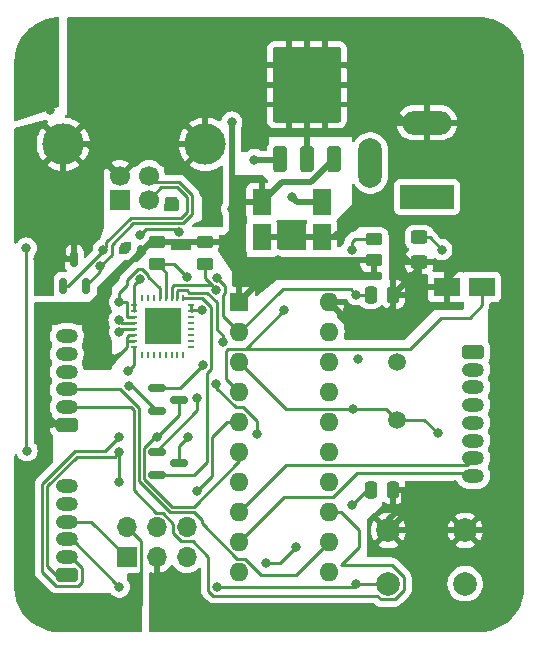
<source format=gbr>
%TF.GenerationSoftware,KiCad,Pcbnew,7.0.10*%
%TF.CreationDate,2025-06-13T16:12:02+05:30*%
%TF.ProjectId,PIC custom dev board_01,50494320-6375-4737-946f-6d2064657620,rev?*%
%TF.SameCoordinates,Original*%
%TF.FileFunction,Copper,L1,Top*%
%TF.FilePolarity,Positive*%
%FSLAX46Y46*%
G04 Gerber Fmt 4.6, Leading zero omitted, Abs format (unit mm)*
G04 Created by KiCad (PCBNEW 7.0.10) date 2025-06-13 16:12:02*
%MOMM*%
%LPD*%
G01*
G04 APERTURE LIST*
G04 Aperture macros list*
%AMRoundRect*
0 Rectangle with rounded corners*
0 $1 Rounding radius*
0 $2 $3 $4 $5 $6 $7 $8 $9 X,Y pos of 4 corners*
0 Add a 4 corners polygon primitive as box body*
4,1,4,$2,$3,$4,$5,$6,$7,$8,$9,$2,$3,0*
0 Add four circle primitives for the rounded corners*
1,1,$1+$1,$2,$3*
1,1,$1+$1,$4,$5*
1,1,$1+$1,$6,$7*
1,1,$1+$1,$8,$9*
0 Add four rect primitives between the rounded corners*
20,1,$1+$1,$2,$3,$4,$5,0*
20,1,$1+$1,$4,$5,$6,$7,0*
20,1,$1+$1,$6,$7,$8,$9,0*
20,1,$1+$1,$8,$9,$2,$3,0*%
G04 Aperture macros list end*
%TA.AperFunction,SMDPad,CuDef*%
%ADD10RoundRect,0.250000X-0.250000X-0.475000X0.250000X-0.475000X0.250000X0.475000X-0.250000X0.475000X0*%
%TD*%
%TA.AperFunction,ComponentPad*%
%ADD11RoundRect,0.250000X0.685000X-0.335000X0.685000X0.335000X-0.685000X0.335000X-0.685000X-0.335000X0*%
%TD*%
%TA.AperFunction,ComponentPad*%
%ADD12O,1.870000X1.170000*%
%TD*%
%TA.AperFunction,ComponentPad*%
%ADD13R,4.600000X2.000000*%
%TD*%
%TA.AperFunction,ComponentPad*%
%ADD14O,4.200000X2.000000*%
%TD*%
%TA.AperFunction,ComponentPad*%
%ADD15O,2.000000X4.200000*%
%TD*%
%TA.AperFunction,SMDPad,CuDef*%
%ADD16R,0.600000X0.250000*%
%TD*%
%TA.AperFunction,SMDPad,CuDef*%
%ADD17R,0.250000X0.600000*%
%TD*%
%TA.AperFunction,SMDPad,CuDef*%
%ADD18R,3.100000X3.100000*%
%TD*%
%TA.AperFunction,SMDPad,CuDef*%
%ADD19RoundRect,0.250000X0.450000X-0.262500X0.450000X0.262500X-0.450000X0.262500X-0.450000X-0.262500X0*%
%TD*%
%TA.AperFunction,ComponentPad*%
%ADD20C,2.000000*%
%TD*%
%TA.AperFunction,SMDPad,CuDef*%
%ADD21RoundRect,0.250000X0.450000X-0.325000X0.450000X0.325000X-0.450000X0.325000X-0.450000X-0.325000X0*%
%TD*%
%TA.AperFunction,SMDPad,CuDef*%
%ADD22RoundRect,0.150000X0.150000X-0.512500X0.150000X0.512500X-0.150000X0.512500X-0.150000X-0.512500X0*%
%TD*%
%TA.AperFunction,SMDPad,CuDef*%
%ADD23R,1.600000X2.200000*%
%TD*%
%TA.AperFunction,SMDPad,CuDef*%
%ADD24RoundRect,0.250000X0.350000X-0.850000X0.350000X0.850000X-0.350000X0.850000X-0.350000X-0.850000X0*%
%TD*%
%TA.AperFunction,SMDPad,CuDef*%
%ADD25RoundRect,0.250000X1.125000X-1.275000X1.125000X1.275000X-1.125000X1.275000X-1.125000X-1.275000X0*%
%TD*%
%TA.AperFunction,SMDPad,CuDef*%
%ADD26RoundRect,0.249997X2.650003X-2.950003X2.650003X2.950003X-2.650003X2.950003X-2.650003X-2.950003X0*%
%TD*%
%TA.AperFunction,ComponentPad*%
%ADD27R,1.700000X1.700000*%
%TD*%
%TA.AperFunction,ComponentPad*%
%ADD28C,1.700000*%
%TD*%
%TA.AperFunction,ComponentPad*%
%ADD29C,3.500000*%
%TD*%
%TA.AperFunction,ComponentPad*%
%ADD30O,1.700000X1.700000*%
%TD*%
%TA.AperFunction,SMDPad,CuDef*%
%ADD31R,2.200000X1.600000*%
%TD*%
%TA.AperFunction,SMDPad,CuDef*%
%ADD32RoundRect,0.150000X-0.587500X-0.150000X0.587500X-0.150000X0.587500X0.150000X-0.587500X0.150000X0*%
%TD*%
%TA.AperFunction,ComponentPad*%
%ADD33RoundRect,0.250000X-0.685000X0.335000X-0.685000X-0.335000X0.685000X-0.335000X0.685000X0.335000X0*%
%TD*%
%TA.AperFunction,ComponentPad*%
%ADD34C,1.500000*%
%TD*%
%TA.AperFunction,ComponentPad*%
%ADD35R,1.600000X1.600000*%
%TD*%
%TA.AperFunction,ComponentPad*%
%ADD36O,1.600000X1.600000*%
%TD*%
%TA.AperFunction,ViaPad*%
%ADD37C,0.800000*%
%TD*%
%TA.AperFunction,ViaPad*%
%ADD38C,1.500000*%
%TD*%
%TA.AperFunction,ViaPad*%
%ADD39C,1.000000*%
%TD*%
%TA.AperFunction,Conductor*%
%ADD40C,0.250000*%
%TD*%
%TA.AperFunction,Conductor*%
%ADD41C,0.500000*%
%TD*%
%TA.AperFunction,Conductor*%
%ADD42C,0.300000*%
%TD*%
%TA.AperFunction,Conductor*%
%ADD43C,0.400000*%
%TD*%
%TA.AperFunction,Conductor*%
%ADD44C,0.350000*%
%TD*%
G04 APERTURE END LIST*
D10*
%TO.P,C3,1*%
%TO.N,Net-(J5-Pin_5)*%
X144465000Y-89535000D03*
%TO.P,C3,2*%
%TO.N,GND*%
X146365000Y-89535000D03*
%TD*%
D11*
%TO.P,J5,1,Pin_1*%
%TO.N,Net-(J3-PGD{slash}ICSPDAT)*%
X118745000Y-96750000D03*
D12*
%TO.P,J5,2,Pin_2*%
%TO.N,Net-(J3-PGC{slash}ICSPCLK)*%
X118745000Y-95250000D03*
%TO.P,J5,3,Pin_3*%
%TO.N,Net-(J5-Pin_3)*%
X118745000Y-93750000D03*
%TO.P,J5,4,Pin_4*%
%TO.N,Net-(J3-~{MCLR}{slash}VPP)*%
X118745000Y-92250000D03*
%TO.P,J5,5,Pin_5*%
%TO.N,Net-(J5-Pin_5)*%
X118745000Y-90750000D03*
%TO.P,J5,6,Pin_6*%
%TO.N,Net-(J5-Pin_6)*%
X118745000Y-89250000D03*
%TD*%
D13*
%TO.P,J2,1*%
%TO.N,Net-(U1-VI)*%
X149240000Y-64770000D03*
D14*
%TO.P,J2,2*%
%TO.N,GND*%
X149240000Y-58470000D03*
D15*
%TO.P,J2,3*%
%TO.N,N/C*%
X144440000Y-61870000D03*
%TD*%
D16*
%TO.P,U3,1,~{DCD}*%
%TO.N,Net-(U3-~{CTS})*%
X124460000Y-73950000D03*
%TO.P,U3,2,~{RI}/CLK*%
X124460000Y-74450000D03*
%TO.P,U3,3,GND*%
%TO.N,GND*%
X124460000Y-74950000D03*
%TO.P,U3,4,D+*%
%TO.N,Net-(D2-A2)*%
X124460000Y-75450000D03*
%TO.P,U3,5,D-*%
%TO.N,Net-(D2-A1)*%
X124460000Y-75950000D03*
%TO.P,U3,6,VDD*%
%TO.N,+5V*%
X124460000Y-76450000D03*
%TO.P,U3,7,VREGIN*%
X124460000Y-76950000D03*
%TO.P,U3,8,VBUS*%
%TO.N,Net-(J6-VBUS)*%
X124460000Y-77450000D03*
D17*
%TO.P,U3,9,~{RST}*%
%TO.N,unconnected-(U3-~{RST}-Pad9)*%
X125110000Y-78100000D03*
%TO.P,U3,10,NC*%
%TO.N,unconnected-(U3-NC-Pad10)*%
X125610000Y-78100000D03*
%TO.P,U3,11,~{SUSPEND}*%
%TO.N,unconnected-(U3-~{SUSPEND}-Pad11)*%
X126110000Y-78100000D03*
%TO.P,U3,12,SUSPEND*%
%TO.N,unconnected-(U3-SUSPEND-Pad12)*%
X126610000Y-78100000D03*
%TO.P,U3,13,CHREN*%
%TO.N,unconnected-(U3-CHREN-Pad13)*%
X127110000Y-78100000D03*
%TO.P,U3,14,CHR1*%
%TO.N,unconnected-(U3-CHR1-Pad14)*%
X127610000Y-78100000D03*
%TO.P,U3,15,CHR0*%
%TO.N,unconnected-(U3-CHR0-Pad15)*%
X128110000Y-78100000D03*
%TO.P,U3,16,~{WAKEUP}/GPIO.3*%
%TO.N,unconnected-(U3-~{WAKEUP}{slash}GPIO.3-Pad16)*%
X128610000Y-78100000D03*
D16*
%TO.P,U3,17,RS485/GPIO.2*%
%TO.N,unconnected-(U3-RS485{slash}GPIO.2-Pad17)*%
X129260000Y-77450000D03*
%TO.P,U3,18,~{RXT}/GPIO.1*%
%TO.N,unconnected-(U3-~{RXT}{slash}GPIO.1-Pad18)*%
X129260000Y-76950000D03*
%TO.P,U3,19,~{TXT}/GPIO.0*%
%TO.N,unconnected-(U3-~{TXT}{slash}GPIO.0-Pad19)*%
X129260000Y-76450000D03*
%TO.P,U3,20,GPIO.6*%
%TO.N,unconnected-(U3-GPIO.6-Pad20)*%
X129260000Y-75950000D03*
%TO.P,U3,21,GPIO.5*%
%TO.N,unconnected-(U3-GPIO.5-Pad21)*%
X129260000Y-75450000D03*
%TO.P,U3,22,GPIO.4*%
%TO.N,unconnected-(U3-GPIO.4-Pad22)*%
X129260000Y-74950000D03*
%TO.P,U3,23,~{CTS}*%
%TO.N,Net-(U3-~{CTS})*%
X129260000Y-74450000D03*
%TO.P,U3,24,~{RTS}*%
X129260000Y-73950000D03*
D17*
%TO.P,U3,25,RXD*%
%TO.N,Net-(U3-RXD)*%
X128610000Y-73300000D03*
%TO.P,U3,26,TXD*%
%TO.N,Net-(U3-TXD)*%
X128110000Y-73300000D03*
%TO.P,U3,27,~{DSR}*%
%TO.N,Net-(U3-~{CTS})*%
X127610000Y-73300000D03*
%TO.P,U3,28,~{DTR}*%
%TO.N,Net-(J3-~{MCLR}{slash}VPP)*%
X127110000Y-73300000D03*
%TO.P,U3,29,GND*%
%TO.N,GND*%
X126610000Y-73300000D03*
%TO.P,U3,30*%
%TO.N,N/C*%
X126110000Y-73300000D03*
%TO.P,U3,31*%
X125610000Y-73300000D03*
%TO.P,U3,32*%
X125110000Y-73300000D03*
D18*
%TO.P,U3,33*%
X126860000Y-75700000D03*
%TD*%
D19*
%TO.P,R1,1*%
%TO.N,Net-(J3-~{MCLR}{slash}VPP)*%
X126365000Y-70405000D03*
%TO.P,R1,2*%
%TO.N,+5V*%
X126365000Y-68580000D03*
%TD*%
D20*
%TO.P,SW1,1,1*%
%TO.N,GND*%
X145975000Y-93000000D03*
X152475000Y-93000000D03*
%TO.P,SW1,2,2*%
%TO.N,Net-(J3-~{MCLR}{slash}VPP)*%
X145975000Y-97500000D03*
X152475000Y-97500000D03*
%TD*%
D21*
%TO.P,D1,1,K*%
%TO.N,GND*%
X148590000Y-70240000D03*
%TO.P,D1,2,A*%
%TO.N,Net-(D1-A)*%
X148590000Y-68190000D03*
%TD*%
D11*
%TO.P,J4,1,Pin_1*%
%TO.N,+5V*%
X118745000Y-84050000D03*
D12*
%TO.P,J4,2,Pin_2*%
%TO.N,Net-(J4-Pin_2)*%
X118745000Y-82550000D03*
%TO.P,J4,3,Pin_3*%
%TO.N,Net-(J4-Pin_3)*%
X118745000Y-81050000D03*
%TO.P,J4,4,Pin_4*%
%TO.N,Net-(J4-Pin_4)*%
X118745000Y-79550000D03*
%TO.P,J4,5,Pin_5*%
%TO.N,Net-(J4-Pin_5)*%
X118745000Y-78050000D03*
%TO.P,J4,6,Pin_6*%
%TO.N,GND*%
X118745000Y-76550000D03*
%TD*%
D22*
%TO.P,D2,1,A1*%
%TO.N,Net-(D2-A1)*%
X118430000Y-72257500D03*
%TO.P,D2,2,A2*%
%TO.N,Net-(D2-A2)*%
X120330000Y-72257500D03*
%TO.P,D2,3,common*%
%TO.N,GND*%
X119380000Y-69982500D03*
%TD*%
D23*
%TO.P,C1,1*%
%TO.N,+5V*%
X135255000Y-65175000D03*
%TO.P,C1,2*%
%TO.N,GND*%
X135255000Y-68175000D03*
%TD*%
D24*
%TO.P,U1,1,VI*%
%TO.N,Net-(U1-VI)*%
X136785000Y-61555000D03*
%TO.P,U1,2,GND*%
%TO.N,GND*%
X139065000Y-61555000D03*
D25*
X137540000Y-56930000D03*
X140590000Y-56930000D03*
D26*
X139065000Y-55255000D03*
D25*
X137540000Y-53580000D03*
X140590000Y-53580000D03*
D24*
%TO.P,U1,3,VO*%
%TO.N,+5V*%
X141345000Y-61555000D03*
%TD*%
D23*
%TO.P,C2,1*%
%TO.N,Net-(U1-VI)*%
X140335000Y-65175000D03*
%TO.P,C2,2*%
%TO.N,GND*%
X140335000Y-68175000D03*
%TD*%
D27*
%TO.P,J6,1,VBUS*%
%TO.N,Net-(J6-VBUS)*%
X123210000Y-64997500D03*
D28*
%TO.P,J6,2,D-*%
%TO.N,Net-(D2-A1)*%
X125710000Y-64997500D03*
%TO.P,J6,3,D+*%
%TO.N,Net-(D2-A2)*%
X125710000Y-62997500D03*
%TO.P,J6,4,GND*%
%TO.N,GND*%
X123210000Y-62997500D03*
D29*
%TO.P,J6,5,Shield*%
X118440000Y-60287500D03*
X130480000Y-60287500D03*
%TD*%
D27*
%TO.P,J3,1,~{MCLR}/VPP*%
%TO.N,Net-(J3-~{MCLR}{slash}VPP)*%
X123825000Y-95250000D03*
D30*
%TO.P,J3,2,VDD*%
%TO.N,+5V*%
X123825000Y-92710000D03*
%TO.P,J3,3,VSS*%
%TO.N,GND*%
X126365000Y-95250000D03*
%TO.P,J3,4,PGD/ICSPDAT*%
%TO.N,Net-(J3-PGD{slash}ICSPDAT)*%
X126365000Y-92710000D03*
%TO.P,J3,5,PGC/ICSPCLK*%
%TO.N,Net-(J3-PGC{slash}ICSPCLK)*%
X128905000Y-95250000D03*
%TO.P,J3,6,PGM/LVP*%
%TO.N,unconnected-(J3-PGM{slash}LVP-Pad6)*%
X128905000Y-92710000D03*
%TD*%
D31*
%TO.P,C5,1*%
%TO.N,GND*%
X150900000Y-72390000D03*
%TO.P,C5,2*%
%TO.N,Net-(J3-~{MCLR}{slash}VPP)*%
X153900000Y-72390000D03*
%TD*%
D32*
%TO.P,D3,1*%
%TO.N,Net-(U3-TXD)*%
X126365000Y-80965000D03*
%TO.P,D3,2*%
%TO.N,Net-(J1-Pin_5)*%
X126365000Y-82865000D03*
%TO.P,D3,3*%
%TO.N,Net-(U2-RC4)*%
X128240000Y-81915000D03*
%TD*%
D33*
%TO.P,J1,1,Pin_1*%
%TO.N,Net-(J1-Pin_1)*%
X153162000Y-77892000D03*
D12*
%TO.P,J1,2,Pin_2*%
%TO.N,Net-(J1-Pin_2)*%
X153162000Y-79392000D03*
%TO.P,J1,3,Pin_3*%
%TO.N,Net-(J1-Pin_3)*%
X153162000Y-80892000D03*
%TO.P,J1,4,Pin_4*%
%TO.N,Net-(J1-Pin_4)*%
X153162000Y-82392000D03*
%TO.P,J1,5,Pin_5*%
%TO.N,Net-(J1-Pin_5)*%
X153162000Y-83892000D03*
%TO.P,J1,6,Pin_6*%
%TO.N,Net-(J1-Pin_6)*%
X153162000Y-85392000D03*
%TO.P,J1,7,Pin_7*%
%TO.N,Net-(J1-Pin_7)*%
X153162000Y-86892000D03*
%TO.P,J1,8,Pin_8*%
%TO.N,Net-(J1-Pin_8)*%
X153162000Y-88392000D03*
%TD*%
D10*
%TO.P,C4,1*%
%TO.N,Net-(J5-Pin_6)*%
X144465000Y-73025000D03*
%TO.P,C4,2*%
%TO.N,GND*%
X146365000Y-73025000D03*
%TD*%
D19*
%TO.P,R3,1*%
%TO.N,Net-(U3-~{CTS})*%
X130452500Y-70405000D03*
%TO.P,R3,2*%
%TO.N,+5V*%
X130452500Y-68580000D03*
%TD*%
D32*
%TO.P,D4,1*%
%TO.N,Net-(J1-Pin_6)*%
X126365000Y-86360000D03*
%TO.P,D4,2*%
%TO.N,Net-(U3-RXD)*%
X126365000Y-88260000D03*
%TO.P,D4,3*%
%TO.N,Net-(U2-RC5)*%
X128240000Y-87310000D03*
%TD*%
D34*
%TO.P,Y1,1,1*%
%TO.N,Net-(J5-Pin_5)*%
X146685000Y-83620000D03*
%TO.P,Y1,2,2*%
%TO.N,Net-(J5-Pin_6)*%
X146685000Y-78740000D03*
%TD*%
D35*
%TO.P,U2,1,VDD*%
%TO.N,+5V*%
X133350000Y-73660000D03*
D36*
%TO.P,U2,2,RA5*%
%TO.N,Net-(J5-Pin_6)*%
X133350000Y-76200000D03*
%TO.P,U2,3,RA4*%
%TO.N,Net-(J5-Pin_5)*%
X133350000Y-78740000D03*
%TO.P,U2,4,RA3/~{MCLR}/VPP*%
%TO.N,Net-(J3-~{MCLR}{slash}VPP)*%
X133350000Y-81280000D03*
%TO.P,U2,5,RC5*%
%TO.N,Net-(U2-RC5)*%
X133350000Y-83820000D03*
%TO.P,U2,6,RC4*%
%TO.N,Net-(U2-RC4)*%
X133350000Y-86360000D03*
%TO.P,U2,7,RC3*%
%TO.N,Net-(J1-Pin_4)*%
X133350000Y-88900000D03*
%TO.P,U2,8,RC6*%
%TO.N,Net-(J1-Pin_7)*%
X133350000Y-91440000D03*
%TO.P,U2,9,RC7*%
%TO.N,Net-(J1-Pin_8)*%
X133350000Y-93980000D03*
%TO.P,U2,10,RB7*%
%TO.N,Net-(J4-Pin_5)*%
X133350000Y-96520000D03*
%TO.P,U2,11,RB6*%
%TO.N,Net-(J4-Pin_4)*%
X140970000Y-96520000D03*
%TO.P,U2,12,RB5*%
%TO.N,Net-(J4-Pin_3)*%
X140970000Y-93980000D03*
%TO.P,U2,13,RB4*%
%TO.N,Net-(J4-Pin_2)*%
X140970000Y-91440000D03*
%TO.P,U2,14,RC2*%
%TO.N,Net-(J1-Pin_3)*%
X140970000Y-88900000D03*
%TO.P,U2,15,RC1*%
%TO.N,Net-(J1-Pin_2)*%
X140970000Y-86360000D03*
%TO.P,U2,16,RC0*%
%TO.N,Net-(J1-Pin_1)*%
X140970000Y-83820000D03*
%TO.P,U2,17,RA2*%
%TO.N,Net-(J5-Pin_3)*%
X140970000Y-81280000D03*
%TO.P,U2,18,RA1/ICSPCLK*%
%TO.N,Net-(J3-PGC{slash}ICSPCLK)*%
X140970000Y-78740000D03*
%TO.P,U2,19,RA0/ICSPDAT*%
%TO.N,Net-(J3-PGD{slash}ICSPDAT)*%
X140970000Y-76200000D03*
%TO.P,U2,20,VSS*%
%TO.N,GND*%
X140970000Y-73660000D03*
%TD*%
D19*
%TO.P,R2,1*%
%TO.N,+5V*%
X144780000Y-70127500D03*
%TO.P,R2,2*%
%TO.N,Net-(D1-A)*%
X144780000Y-68302500D03*
%TD*%
D37*
%TO.N,+5V*%
X133223000Y-69723000D03*
X117983000Y-100076000D03*
X132715000Y-58420000D03*
D38*
X116205000Y-53340000D03*
D37*
X132715000Y-65786000D03*
X117348000Y-57404000D03*
X121285000Y-74295000D03*
X115888447Y-87768753D03*
X136652000Y-70104000D03*
X116586000Y-75184000D03*
X122428000Y-78486000D03*
%TO.N,GND*%
X125984000Y-60325000D03*
D39*
X123698000Y-69088000D03*
D37*
X156464000Y-93853000D03*
X127000000Y-97827000D03*
X147828000Y-71575000D03*
D38*
X155575000Y-53340000D03*
D37*
X131826000Y-53594000D03*
X123190000Y-73660000D03*
X116337500Y-69982500D03*
X152781000Y-100457000D03*
D39*
X127635000Y-65405000D03*
D37*
X120904000Y-67564000D03*
X145034000Y-75311000D03*
X156083000Y-70231000D03*
%TO.N,Net-(U1-VI)*%
X137795000Y-64770000D03*
X134620000Y-61595000D03*
%TO.N,Net-(J5-Pin_5)*%
X142875000Y-90805000D03*
X150142146Y-84737143D03*
X143002000Y-82695000D03*
%TO.N,Net-(J5-Pin_6)*%
X143256000Y-73025000D03*
X131451873Y-71597522D03*
X115316000Y-69088000D03*
X115363250Y-86233000D03*
X143383000Y-78486000D03*
%TO.N,Net-(J3-~{MCLR}{slash}VPP)*%
X131445000Y-97790000D03*
X128905000Y-71500000D03*
X137160000Y-74350000D03*
X143256000Y-97536000D03*
%TO.N,Net-(D1-A)*%
X150495000Y-69215000D03*
X142875000Y-69215000D03*
%TO.N,Net-(D2-A1)*%
X121830000Y-69215000D03*
X123190000Y-76200000D03*
%TO.N,Net-(D2-A2)*%
X121586525Y-70602875D03*
X123169555Y-75195138D03*
%TO.N,Net-(J3-PGC{slash}ICSPCLK)*%
X123190000Y-85090000D03*
%TO.N,Net-(U3-TXD)*%
X130270000Y-78994000D03*
X131997967Y-77001949D03*
%TO.N,Net-(U2-RC4)*%
X126365000Y-85090000D03*
%TO.N,Net-(J3-PGD{slash}ICSPDAT)*%
X123190000Y-86360000D03*
X123185347Y-88904653D03*
%TO.N,Net-(U2-RC5)*%
X129032000Y-85090000D03*
X129794000Y-89662000D03*
%TO.N,Net-(J1-Pin_5)*%
X138176000Y-94380000D03*
X135636000Y-95758000D03*
X123988403Y-80735597D03*
%TO.N,Net-(J1-Pin_6)*%
X134874000Y-84836000D03*
X129794000Y-81788000D03*
X131406851Y-80606852D03*
%TO.N,Net-(J5-Pin_3)*%
X123190000Y-97790000D03*
%TO.N,Net-(J6-VBUS)*%
X123952000Y-79502000D03*
%TO.N,Net-(U3-~{CTS})*%
X124926739Y-71706998D03*
X124968000Y-67945000D03*
X130175000Y-74295000D03*
X128270000Y-67730000D03*
X131408274Y-72596573D03*
%TD*%
D40*
%TO.N,+5V*%
X123835000Y-77000000D02*
X123885000Y-76950000D01*
D41*
X133627500Y-70127500D02*
X136628500Y-70127500D01*
X130452500Y-68580000D02*
X132715000Y-68580000D01*
X133350000Y-73660000D02*
X136882500Y-70127500D01*
D42*
X125000000Y-98520000D02*
X125000000Y-99282000D01*
D41*
X133223000Y-69723000D02*
X132715000Y-69215000D01*
X116586000Y-82296000D02*
X116586000Y-75184000D01*
X117348000Y-57404000D02*
X116205000Y-56261000D01*
X140820000Y-62080000D02*
X139400000Y-63500000D01*
X122301000Y-78486000D02*
X121920000Y-78105000D01*
X121920000Y-72501125D02*
X125841125Y-68580000D01*
X115888447Y-87768753D02*
X115062000Y-88595200D01*
X117856000Y-100076000D02*
X117983000Y-100076000D01*
X121285000Y-74295000D02*
X117475000Y-74295000D01*
X132715000Y-65786000D02*
X132715000Y-58420000D01*
X132715000Y-68580000D02*
X132715000Y-66040000D01*
X126365000Y-68580000D02*
X130452500Y-68580000D01*
X122428000Y-78486000D02*
X122301000Y-78486000D01*
X132715000Y-66040000D02*
X132715000Y-65786000D01*
D43*
X124206000Y-100076000D02*
X123444000Y-100076000D01*
D40*
X123835000Y-76632500D02*
X124017500Y-76450000D01*
X123835000Y-77460000D02*
X123835000Y-77000000D01*
D41*
X115062000Y-88646000D02*
X115062000Y-88646000D01*
X116586000Y-82826000D02*
X116586000Y-82296000D01*
D40*
X125000000Y-93885000D02*
X125000000Y-98520000D01*
D41*
X115062000Y-88595200D02*
X115062000Y-97282000D01*
X116586000Y-87071200D02*
X116586000Y-82296000D01*
X121920000Y-78105000D02*
X121920000Y-72501125D01*
D44*
X125000000Y-99282000D02*
X124206000Y-100076000D01*
D41*
X115062000Y-97282000D02*
X117856000Y-100076000D01*
D40*
X118745000Y-84050000D02*
X117810000Y-84050000D01*
D41*
X116205000Y-53340000D02*
X116205000Y-53975000D01*
X123444000Y-100076000D02*
X117983000Y-100076000D01*
D40*
X123835000Y-77460000D02*
X123835000Y-76632500D01*
D41*
X132715000Y-66040000D02*
X133580000Y-65175000D01*
X133223000Y-69723000D02*
X133627500Y-70127500D01*
X136675500Y-70127500D02*
X136652000Y-70104000D01*
X121285000Y-74295000D02*
X121920000Y-73660000D01*
X141345000Y-61555000D02*
X140820000Y-62080000D01*
X115888447Y-87768753D02*
X116586000Y-87071200D01*
X117475000Y-74295000D02*
X116586000Y-75184000D01*
D40*
X123825000Y-92710000D02*
X125000000Y-93885000D01*
D41*
X122555000Y-78740000D02*
X122428000Y-78613000D01*
X139400000Y-63500000D02*
X136930000Y-63500000D01*
X122428000Y-78613000D02*
X122428000Y-78486000D01*
D40*
X123885000Y-76950000D02*
X124460000Y-76950000D01*
D41*
X116205000Y-56261000D02*
X116205000Y-55880000D01*
X144780000Y-70127500D02*
X136675500Y-70127500D01*
X136628500Y-70127500D02*
X136652000Y-70104000D01*
D40*
X122555000Y-78740000D02*
X123835000Y-77460000D01*
X124017500Y-76450000D02*
X124460000Y-76450000D01*
D41*
X133580000Y-65175000D02*
X135255000Y-65175000D01*
X136930000Y-63500000D02*
X135255000Y-65175000D01*
X117810000Y-84050000D02*
X116586000Y-82826000D01*
X132715000Y-69215000D02*
X132715000Y-68580000D01*
X125841125Y-68580000D02*
X126365000Y-68580000D01*
%TO.N,GND*%
X125984000Y-60325000D02*
X125946500Y-60287500D01*
X147710000Y-70240000D02*
X146685000Y-69215000D01*
D40*
X123825000Y-73660000D02*
X123835000Y-73670000D01*
D41*
X150900000Y-72390000D02*
X150900000Y-71731000D01*
D40*
X123855209Y-72220463D02*
X123855209Y-71753223D01*
D41*
X152475000Y-93000000D02*
X145975000Y-93000000D01*
X145975000Y-92150000D02*
X147320000Y-90805000D01*
X146685000Y-67310000D02*
X146050000Y-66675000D01*
X129699000Y-100457000D02*
X127069000Y-97827000D01*
D40*
X125111046Y-70866000D02*
X125651739Y-71406693D01*
D41*
X156210000Y-70485000D02*
X156464000Y-70739000D01*
X127069000Y-97827000D02*
X127000000Y-97827000D01*
X146050000Y-66675000D02*
X142875000Y-66675000D01*
X116337500Y-69982500D02*
X119380000Y-69982500D01*
X142621000Y-75311000D02*
X145034000Y-75311000D01*
X147815000Y-71575000D02*
X147795000Y-71595000D01*
X140970000Y-73660000D02*
X142621000Y-75311000D01*
X152781000Y-100457000D02*
X129699000Y-100457000D01*
X149240000Y-58470000D02*
X147370000Y-58470000D01*
X150545000Y-58470000D02*
X155625000Y-58470000D01*
D40*
X125651739Y-71406693D02*
X125651739Y-71549739D01*
D41*
X118440000Y-67564000D02*
X120904000Y-67564000D01*
X130480000Y-60287500D02*
X130480000Y-54940000D01*
X146685000Y-69215000D02*
X146685000Y-67310000D01*
X120500000Y-60287500D02*
X123210000Y-62997500D01*
X118440000Y-60287500D02*
X118440000Y-67564000D01*
X139065000Y-55255000D02*
X139065000Y-61555000D01*
X118678750Y-69982500D02*
X119380000Y-69982500D01*
X145161000Y-75311000D02*
X146365000Y-74107000D01*
D40*
X126610000Y-72508000D02*
X126610000Y-73300000D01*
X125651739Y-71549739D02*
X126610000Y-72508000D01*
X123190000Y-73660000D02*
X123825000Y-73660000D01*
D41*
X155956000Y-70231000D02*
X156083000Y-70231000D01*
X146365000Y-73025000D02*
X147795000Y-71595000D01*
X155625000Y-58470000D02*
X156210000Y-59055000D01*
D40*
X123190000Y-72885672D02*
X123855209Y-72220463D01*
X123885000Y-74950000D02*
X124460000Y-74950000D01*
D41*
X131826000Y-53594000D02*
X131840000Y-53580000D01*
D40*
X145975000Y-93000000D02*
X145975000Y-92150000D01*
D41*
X150510000Y-58470000D02*
X147370000Y-58470000D01*
D40*
X124742432Y-70866000D02*
X125111046Y-70866000D01*
D41*
X125946500Y-60287500D02*
X120500000Y-60287500D01*
X147320000Y-89535000D02*
X146365000Y-89535000D01*
X155575000Y-69850000D02*
X155956000Y-70231000D01*
X131840000Y-53580000D02*
X137540000Y-53580000D01*
X156464000Y-70739000D02*
X156464000Y-93853000D01*
X147828000Y-71575000D02*
X148643000Y-72390000D01*
X156083000Y-70358000D02*
X156210000Y-70485000D01*
X118440000Y-69743750D02*
X118678750Y-69982500D01*
X156210000Y-59055000D02*
X156210000Y-70485000D01*
X118440000Y-67564000D02*
X118440000Y-69743750D01*
X147370000Y-58470000D02*
X142480000Y-53580000D01*
X156083000Y-70231000D02*
X156083000Y-70358000D01*
X152781000Y-69850000D02*
X155575000Y-69850000D01*
X156464000Y-93853000D02*
X156337000Y-93853000D01*
X156464000Y-97028000D02*
X156464000Y-93980000D01*
X142875000Y-66675000D02*
X141375000Y-68175000D01*
X156464000Y-93980000D02*
X156337000Y-93853000D01*
X155575000Y-53340000D02*
X155575000Y-53975000D01*
X148643000Y-72390000D02*
X150900000Y-72390000D01*
X156337000Y-93853000D02*
X155484000Y-93000000D01*
X147320000Y-90805000D02*
X147320000Y-89535000D01*
X155484000Y-93000000D02*
X152475000Y-93000000D01*
X148590000Y-70240000D02*
X147710000Y-70240000D01*
X126365000Y-97192000D02*
X126365000Y-95250000D01*
X145034000Y-75311000D02*
X145161000Y-75311000D01*
X146365000Y-74107000D02*
X146365000Y-73025000D01*
X118440000Y-60287500D02*
X120500000Y-60287500D01*
X127000000Y-97827000D02*
X126365000Y-97192000D01*
X126021500Y-60287500D02*
X125984000Y-60325000D01*
X149240000Y-58470000D02*
X150545000Y-58470000D01*
X150900000Y-71731000D02*
X152781000Y-69850000D01*
D40*
X123835000Y-73670000D02*
X123835000Y-74900000D01*
D41*
X135255000Y-68175000D02*
X140335000Y-68175000D01*
X142480000Y-53580000D02*
X140590000Y-53580000D01*
X130480000Y-60287500D02*
X126021500Y-60287500D01*
D40*
X123190000Y-73660000D02*
X123190000Y-72885672D01*
D41*
X153035000Y-100457000D02*
X156464000Y-97028000D01*
X147828000Y-71575000D02*
X147815000Y-71575000D01*
X147795000Y-71595000D02*
X148590000Y-70800000D01*
X141375000Y-68175000D02*
X140335000Y-68175000D01*
D40*
X123835000Y-74900000D02*
X123885000Y-74950000D01*
X148590000Y-70800000D02*
X148590000Y-70240000D01*
D41*
X130480000Y-54940000D02*
X131826000Y-53594000D01*
D40*
X123855209Y-71753223D02*
X124742432Y-70866000D01*
D41*
X152781000Y-100457000D02*
X153035000Y-100457000D01*
X150510000Y-58470000D02*
X150545000Y-58470000D01*
%TO.N,Net-(U1-VI)*%
X140335000Y-65175000D02*
X138200000Y-65175000D01*
X136745000Y-61595000D02*
X136785000Y-61555000D01*
X134620000Y-61595000D02*
X136745000Y-61595000D01*
X138200000Y-65175000D02*
X137795000Y-64770000D01*
D40*
%TO.N,Net-(J5-Pin_5)*%
X143002000Y-82695000D02*
X145760000Y-82695000D01*
X144145000Y-89535000D02*
X142875000Y-90805000D01*
X137305000Y-82695000D02*
X133350000Y-78740000D01*
X144465000Y-89535000D02*
X144145000Y-89535000D01*
X145760000Y-82695000D02*
X146685000Y-83620000D01*
X143002000Y-82695000D02*
X137305000Y-82695000D01*
X150142146Y-84737143D02*
X149025003Y-83620000D01*
X149025003Y-83620000D02*
X146685000Y-83620000D01*
%TO.N,Net-(J5-Pin_6)*%
X143256000Y-73025000D02*
X144465000Y-73025000D01*
X131953000Y-73077152D02*
X132133274Y-72896878D01*
X142766000Y-72535000D02*
X137015000Y-72535000D01*
X132133274Y-72278923D02*
X131451873Y-71597522D01*
X115316000Y-86171000D02*
X115316000Y-69088000D01*
X137015000Y-72535000D02*
X133350000Y-76200000D01*
X115363250Y-86233000D02*
X115268750Y-86138500D01*
X131953000Y-74803000D02*
X131953000Y-73077152D01*
X133350000Y-76200000D02*
X131953000Y-74803000D01*
X143256000Y-73025000D02*
X142766000Y-72535000D01*
X132133274Y-72896878D02*
X132133274Y-72278923D01*
%TO.N,Net-(J3-~{MCLR}{slash}VPP)*%
X132225000Y-77775000D02*
X132225000Y-80155000D01*
X127110000Y-71150000D02*
X126365000Y-70405000D01*
X127110000Y-73300000D02*
X127110000Y-71150000D01*
X145939000Y-97536000D02*
X143256000Y-97536000D01*
X120825000Y-92250000D02*
X118745000Y-92250000D01*
X132385000Y-77615000D02*
X132225000Y-77775000D01*
X147810000Y-77615000D02*
X132385000Y-77615000D01*
X123825000Y-95250000D02*
X120825000Y-92250000D01*
X127810000Y-70405000D02*
X128905000Y-71500000D01*
X132225000Y-80155000D02*
X133350000Y-81280000D01*
X143002000Y-97790000D02*
X131445000Y-97790000D01*
X118745000Y-92250000D02*
X118745000Y-92075000D01*
X150431500Y-74993500D02*
X147810000Y-77615000D01*
X153900000Y-73938000D02*
X152844500Y-74993500D01*
X133895000Y-77615000D02*
X132385000Y-77615000D01*
X145975000Y-97500000D02*
X145939000Y-97536000D01*
X153900000Y-72390000D02*
X153900000Y-73938000D01*
X152844500Y-74993500D02*
X150431500Y-74993500D01*
X126365000Y-70405000D02*
X127810000Y-70405000D01*
X137160000Y-74350000D02*
X133895000Y-77615000D01*
X143256000Y-97536000D02*
X143002000Y-97790000D01*
%TO.N,Net-(D1-A)*%
X142875000Y-68580000D02*
X143152500Y-68302500D01*
X143152500Y-68302500D02*
X144780000Y-68302500D01*
X142875000Y-69215000D02*
X142875000Y-68580000D01*
X148590000Y-68190000D02*
X149470000Y-68190000D01*
X149470000Y-68190000D02*
X150495000Y-69215000D01*
%TO.N,Net-(D2-A1)*%
X121830000Y-69215000D02*
X121830000Y-69305000D01*
X122105000Y-68602500D02*
X124152500Y-66555000D01*
X118877500Y-72257500D02*
X118430000Y-72257500D01*
X124460000Y-75950000D02*
X123440000Y-75950000D01*
X121830000Y-69305000D02*
X118877500Y-72257500D01*
X124152500Y-66555000D02*
X128388604Y-66555000D01*
X122105000Y-68940000D02*
X122105000Y-68602500D01*
X128388604Y-66555000D02*
X128905000Y-66038604D01*
X128905000Y-66038604D02*
X128905000Y-64770000D01*
X123440000Y-75950000D02*
X123190000Y-76200000D01*
X128905000Y-64770000D02*
X128085000Y-63950000D01*
X121830000Y-69215000D02*
X122105000Y-68940000D01*
X126757500Y-63950000D02*
X125710000Y-64997500D01*
X128085000Y-63950000D02*
X126757500Y-63950000D01*
%TO.N,Net-(D2-A2)*%
X122555000Y-69634400D02*
X122555000Y-68788896D01*
X129355000Y-64583604D02*
X128271396Y-63500000D01*
X128575000Y-67005000D02*
X129355000Y-66225000D01*
X126212500Y-63500000D02*
X125710000Y-62997500D01*
X121586525Y-70602875D02*
X122555000Y-69634400D01*
X128271396Y-63500000D02*
X126212500Y-63500000D01*
X121586525Y-71000975D02*
X120330000Y-72257500D01*
X123424417Y-75450000D02*
X124460000Y-75450000D01*
X122555000Y-68788896D02*
X124338896Y-67005000D01*
X121586525Y-70602875D02*
X121586525Y-71000975D01*
X123169555Y-75195138D02*
X123424417Y-75450000D01*
X129355000Y-66225000D02*
X129355000Y-64583604D01*
X124338896Y-67005000D02*
X128575000Y-67005000D01*
%TO.N,Net-(J3-PGC{slash}ICSPCLK)*%
X119095000Y-95250000D02*
X120005000Y-96160000D01*
X116644000Y-89077670D02*
X119430670Y-86291000D01*
X117814900Y-97660000D02*
X116644000Y-96489100D01*
X119675100Y-97660000D02*
X117814900Y-97660000D01*
X120005000Y-97330100D02*
X119675100Y-97660000D01*
X121989000Y-86291000D02*
X123190000Y-85090000D01*
X120005000Y-96160000D02*
X120005000Y-97330100D01*
X118745000Y-95250000D02*
X119095000Y-95250000D01*
X116644000Y-96489100D02*
X116644000Y-89077670D01*
X119430670Y-86291000D02*
X121989000Y-86291000D01*
%TO.N,Net-(U3-TXD)*%
X129060000Y-72850000D02*
X130636396Y-72850000D01*
X128110000Y-73300000D02*
X128110000Y-72725000D01*
X128885000Y-72675000D02*
X129060000Y-72850000D01*
X128160000Y-72675000D02*
X128885000Y-72675000D01*
X126365000Y-80965000D02*
X128299000Y-80965000D01*
X128299000Y-80965000D02*
X130270000Y-78994000D01*
X128110000Y-72725000D02*
X128160000Y-72675000D01*
X131445000Y-73658604D02*
X131445000Y-75946000D01*
X130636396Y-72850000D02*
X131445000Y-73658604D01*
X131997967Y-76498967D02*
X131445000Y-75946000D01*
X131997967Y-77001949D02*
X131997967Y-76498967D01*
%TO.N,Net-(U2-RC4)*%
X133350000Y-87131305D02*
X129491305Y-90990000D01*
X129491305Y-90990000D02*
X127681592Y-90990000D01*
X126365000Y-85090000D02*
X128240000Y-83215000D01*
X126221592Y-85090000D02*
X126365000Y-85090000D01*
X128240000Y-83215000D02*
X128240000Y-81915000D01*
X127681592Y-90990000D02*
X125302500Y-88610908D01*
X125302500Y-88610908D02*
X125302500Y-86009092D01*
X125302500Y-86009092D02*
X126221592Y-85090000D01*
X133350000Y-86360000D02*
X133350000Y-87131305D01*
%TO.N,Net-(J3-PGD{slash}ICSPDAT)*%
X117810000Y-96750000D02*
X117094000Y-96034000D01*
X119617066Y-86741000D02*
X122809000Y-86741000D01*
X122809000Y-86741000D02*
X123190000Y-86360000D01*
X117094000Y-89264066D02*
X119617066Y-86741000D01*
X118745000Y-96750000D02*
X117810000Y-96750000D01*
X117094000Y-96034000D02*
X117094000Y-89264066D01*
X123185347Y-86364653D02*
X123190000Y-86360000D01*
X123185347Y-88904653D02*
X123185347Y-86364653D01*
%TO.N,Net-(U3-RXD)*%
X130205305Y-73300000D02*
X130995000Y-74089695D01*
X129540000Y-88265000D02*
X126365000Y-88265000D01*
X128610000Y-73300000D02*
X130205305Y-73300000D01*
X130614000Y-87191000D02*
X129540000Y-88265000D01*
X130995000Y-74089695D02*
X130995000Y-79294305D01*
X130614000Y-79675305D02*
X130614000Y-87191000D01*
X130995000Y-79294305D02*
X130614000Y-79675305D01*
X126365000Y-88265000D02*
X126365000Y-88260000D01*
%TO.N,Net-(U2-RC5)*%
X131064000Y-88392000D02*
X131064000Y-85090000D01*
X128240000Y-85882000D02*
X128240000Y-87310000D01*
X129032000Y-85090000D02*
X128240000Y-85882000D01*
X129794000Y-89662000D02*
X131064000Y-88392000D01*
X132334000Y-83820000D02*
X133350000Y-83820000D01*
X131064000Y-85090000D02*
X132334000Y-83820000D01*
%TO.N,Net-(J1-Pin_5)*%
X126207500Y-82865000D02*
X126365000Y-82865000D01*
X123988403Y-80735597D02*
X124235597Y-80735597D01*
X136798000Y-95758000D02*
X138176000Y-94380000D01*
X124235597Y-80735597D02*
X126365000Y-82865000D01*
X135636000Y-95758000D02*
X136798000Y-95758000D01*
%TO.N,Net-(J1-Pin_6)*%
X133670991Y-82550000D02*
X134874000Y-83753009D01*
X133029009Y-82550000D02*
X133670991Y-82550000D01*
X131406851Y-80927842D02*
X133029009Y-82550000D01*
X134874000Y-83753009D02*
X134874000Y-84836000D01*
X129794000Y-82804000D02*
X129794000Y-81788000D01*
X126365000Y-86360000D02*
X126365000Y-86233000D01*
X126365000Y-86233000D02*
X129794000Y-82804000D01*
X131406851Y-80606852D02*
X131406851Y-80927842D01*
%TO.N,Net-(J1-Pin_7)*%
X152654000Y-87485000D02*
X137305000Y-87485000D01*
X153162000Y-86892000D02*
X153162000Y-86977000D01*
X153162000Y-86977000D02*
X152654000Y-87485000D01*
X137305000Y-87485000D02*
X133350000Y-91440000D01*
%TO.N,Net-(J1-Pin_8)*%
X143322991Y-88138000D02*
X141290991Y-90170000D01*
X137160000Y-90170000D02*
X133350000Y-93980000D01*
X153162000Y-88392000D02*
X152908000Y-88138000D01*
X152908000Y-88138000D02*
X143322991Y-88138000D01*
X141290991Y-90170000D02*
X137160000Y-90170000D01*
%TO.N,Net-(J4-Pin_2)*%
X126333000Y-91535000D02*
X124402500Y-89604500D01*
X131144695Y-98515000D02*
X130720000Y-98090305D01*
X127730000Y-93196701D02*
X127730000Y-92413299D01*
X147300000Y-96951167D02*
X147300000Y-98048833D01*
X144997000Y-98515000D02*
X131144695Y-98515000D01*
X124141104Y-82550000D02*
X118745000Y-82550000D01*
X124402500Y-89604500D02*
X124402500Y-82811396D01*
X146263838Y-95915005D02*
X147300000Y-96951167D01*
X124402500Y-82811396D02*
X124141104Y-82550000D01*
X145307000Y-98825000D02*
X144997000Y-98515000D01*
X128418299Y-93885000D02*
X127730000Y-93196701D01*
X140970000Y-91440000D02*
X141986000Y-91440000D01*
X130720000Y-95213299D02*
X129391701Y-93885000D01*
X126851701Y-91535000D02*
X126333000Y-91535000D01*
X143510000Y-94361000D02*
X141955995Y-95915005D01*
X130720000Y-98090305D02*
X130720000Y-95213299D01*
X141986000Y-91440000D02*
X143510000Y-92964000D01*
X147300000Y-98048833D02*
X146523833Y-98825000D01*
X141955995Y-95915005D02*
X146263838Y-95915005D01*
X146523833Y-98825000D02*
X145307000Y-98825000D01*
X127730000Y-92413299D02*
X126851701Y-91535000D01*
X143510000Y-92964000D02*
X143510000Y-94361000D01*
X129391701Y-93885000D02*
X128418299Y-93885000D01*
%TO.N,Net-(J4-Pin_3)*%
X127495196Y-91440000D02*
X124852500Y-88797304D01*
X123277500Y-81050000D02*
X118745000Y-81050000D01*
X130175000Y-92395991D02*
X130175000Y-92075000D01*
X138176000Y-96774000D02*
X135194991Y-96774000D01*
X133815991Y-95395000D02*
X133174009Y-95395000D01*
X135194991Y-96774000D02*
X133815991Y-95395000D01*
X124852500Y-82625000D02*
X123277500Y-81050000D01*
X133174009Y-95395000D02*
X130175000Y-92395991D01*
X124852500Y-88797304D02*
X124852500Y-82625000D01*
X130175000Y-92075000D02*
X129540000Y-91440000D01*
X140970000Y-93980000D02*
X138176000Y-96774000D01*
X129540000Y-91440000D02*
X127495196Y-91440000D01*
%TO.N,Net-(J5-Pin_3)*%
X119150000Y-93750000D02*
X123190000Y-97790000D01*
X118745000Y-93750000D02*
X119150000Y-93750000D01*
%TO.N,Net-(J6-VBUS)*%
X123952000Y-79502000D02*
X124460000Y-78994000D01*
X124460000Y-78994000D02*
X124460000Y-77450000D01*
%TO.N,Net-(U3-~{CTS})*%
X127610000Y-73300000D02*
X127610000Y-72415000D01*
X130175000Y-74295000D02*
X129415000Y-74295000D01*
X127800000Y-72225000D02*
X131036701Y-72225000D01*
X124968000Y-67945000D02*
X125458000Y-67455000D01*
X124460000Y-72173737D02*
X124926739Y-71706998D01*
X130452500Y-70405000D02*
X130452500Y-71640799D01*
X125458000Y-67455000D02*
X127995000Y-67455000D01*
X129415000Y-74295000D02*
X129260000Y-74450000D01*
X130452500Y-71640799D02*
X131036701Y-72225000D01*
X124460000Y-73950000D02*
X124460000Y-72173737D01*
X124460000Y-73950000D02*
X124460000Y-74450000D01*
X131036701Y-72225000D02*
X131408274Y-72596573D01*
X127610000Y-72415000D02*
X127800000Y-72225000D01*
X129260000Y-73950000D02*
X129260000Y-74450000D01*
X127995000Y-67455000D02*
X128270000Y-67730000D01*
%TD*%
%TA.AperFunction,Conductor*%
%TO.N,+5V*%
G36*
X123370366Y-77905361D02*
G01*
X123380197Y-77914197D01*
X123380803Y-77914803D01*
X123414288Y-77976126D01*
X123409304Y-78045818D01*
X123404034Y-78057931D01*
X123391084Y-78083832D01*
X123323827Y-78218346D01*
X123307066Y-78243589D01*
X122555001Y-79120998D01*
X122555000Y-79121000D01*
X122555000Y-78257400D01*
X122936000Y-78105000D01*
X122830166Y-78083833D01*
X123063000Y-77978000D01*
X123237062Y-77890968D01*
X123305826Y-77878594D01*
X123370366Y-77905361D01*
G37*
%TD.AperFunction*%
%TD*%
%TA.AperFunction,Conductor*%
%TO.N,+5V*%
G36*
X122936000Y-78105000D02*
G01*
X122555000Y-78257400D01*
X122555000Y-78028800D01*
X122936000Y-78105000D01*
G37*
%TD.AperFunction*%
%TD*%
%TA.AperFunction,Conductor*%
%TO.N,GND*%
G36*
X153673032Y-49530649D02*
G01*
X153675828Y-49530786D01*
X153822663Y-49537999D01*
X154045097Y-49549658D01*
X154056757Y-49550825D01*
X154232923Y-49576957D01*
X154233840Y-49577098D01*
X154427424Y-49607758D01*
X154438111Y-49609938D01*
X154615944Y-49654483D01*
X154617696Y-49654938D01*
X154801842Y-49704279D01*
X154811513Y-49707301D01*
X154986097Y-49769768D01*
X154988743Y-49770748D01*
X155164560Y-49838238D01*
X155173091Y-49841886D01*
X155341811Y-49921685D01*
X155344954Y-49923228D01*
X155511803Y-50008242D01*
X155519239Y-50012359D01*
X155679823Y-50108610D01*
X155683530Y-50110923D01*
X155840016Y-50212546D01*
X155846337Y-50216937D01*
X155996991Y-50328669D01*
X156001161Y-50331901D01*
X156145861Y-50449077D01*
X156151098Y-50453565D01*
X156290185Y-50579626D01*
X156294593Y-50583823D01*
X156426175Y-50715405D01*
X156430372Y-50719813D01*
X156556433Y-50858900D01*
X156560921Y-50864137D01*
X156678097Y-51008837D01*
X156681329Y-51013007D01*
X156793061Y-51163661D01*
X156797458Y-51169991D01*
X156899057Y-51326439D01*
X156901406Y-51330204D01*
X156997634Y-51490751D01*
X157001761Y-51498205D01*
X157086750Y-51665005D01*
X157088341Y-51668245D01*
X157168097Y-51836873D01*
X157171766Y-51845453D01*
X157239243Y-52021238D01*
X157240230Y-52023901D01*
X157302697Y-52198485D01*
X157305721Y-52208165D01*
X157355033Y-52392198D01*
X157355542Y-52394162D01*
X157400055Y-52571866D01*
X157402244Y-52582598D01*
X157432874Y-52775991D01*
X157433059Y-52777194D01*
X157459170Y-52953220D01*
X157460342Y-52964925D01*
X157471993Y-53187222D01*
X157472014Y-53187627D01*
X157479351Y-53336967D01*
X157479500Y-53343052D01*
X157479500Y-97786947D01*
X157479351Y-97793032D01*
X157472017Y-97942303D01*
X157471996Y-97942708D01*
X157460342Y-98165073D01*
X157459170Y-98176778D01*
X157433059Y-98352804D01*
X157432874Y-98354007D01*
X157402244Y-98547400D01*
X157400055Y-98558132D01*
X157355542Y-98735836D01*
X157355033Y-98737800D01*
X157305721Y-98921833D01*
X157302697Y-98931513D01*
X157240230Y-99106097D01*
X157239243Y-99108760D01*
X157171766Y-99284545D01*
X157168097Y-99293125D01*
X157088360Y-99461715D01*
X157086750Y-99464993D01*
X157001761Y-99631793D01*
X156997634Y-99639247D01*
X156901406Y-99799794D01*
X156899043Y-99803581D01*
X156797458Y-99960007D01*
X156793061Y-99966337D01*
X156681329Y-100116991D01*
X156678097Y-100121161D01*
X156560921Y-100265861D01*
X156556433Y-100271098D01*
X156430372Y-100410185D01*
X156426175Y-100414593D01*
X156294593Y-100546175D01*
X156290185Y-100550372D01*
X156151098Y-100676433D01*
X156145861Y-100680921D01*
X156001161Y-100798097D01*
X155996991Y-100801329D01*
X155846337Y-100913061D01*
X155840007Y-100917458D01*
X155683581Y-101019043D01*
X155679794Y-101021406D01*
X155519247Y-101117634D01*
X155511793Y-101121761D01*
X155344993Y-101206750D01*
X155341715Y-101208360D01*
X155173125Y-101288097D01*
X155164545Y-101291766D01*
X154988760Y-101359243D01*
X154986097Y-101360230D01*
X154811513Y-101422697D01*
X154801833Y-101425721D01*
X154617800Y-101475033D01*
X154615836Y-101475542D01*
X154438132Y-101520055D01*
X154427400Y-101522244D01*
X154234007Y-101552874D01*
X154232804Y-101553059D01*
X154056778Y-101579170D01*
X154045073Y-101580342D01*
X153822708Y-101591996D01*
X153822303Y-101592017D01*
X153673033Y-101599351D01*
X153666948Y-101599500D01*
X125854000Y-101599500D01*
X125786961Y-101579815D01*
X125741206Y-101527011D01*
X125730000Y-101475500D01*
X125730000Y-96638095D01*
X125749685Y-96571056D01*
X125802489Y-96525301D01*
X125871647Y-96515357D01*
X125895772Y-96523380D01*
X125896428Y-96521581D01*
X125901516Y-96523433D01*
X126115000Y-96580634D01*
X126115000Y-95685501D01*
X126222685Y-95734680D01*
X126329237Y-95750000D01*
X126400763Y-95750000D01*
X126507315Y-95734680D01*
X126615000Y-95685501D01*
X126615000Y-96580633D01*
X126828483Y-96523433D01*
X126828492Y-96523429D01*
X127042578Y-96423600D01*
X127236082Y-96288105D01*
X127403105Y-96121082D01*
X127533119Y-95935405D01*
X127587696Y-95891781D01*
X127657195Y-95884588D01*
X127719549Y-95916110D01*
X127736269Y-95935405D01*
X127866505Y-96121401D01*
X128033599Y-96288495D01*
X128040473Y-96293308D01*
X128227165Y-96424032D01*
X128227167Y-96424033D01*
X128227170Y-96424035D01*
X128441337Y-96523903D01*
X128669592Y-96585063D01*
X128846034Y-96600500D01*
X128904999Y-96605659D01*
X128905000Y-96605659D01*
X128905001Y-96605659D01*
X128963966Y-96600500D01*
X129140408Y-96585063D01*
X129368663Y-96523903D01*
X129582830Y-96424035D01*
X129776401Y-96288495D01*
X129882819Y-96182077D01*
X129944142Y-96148592D01*
X130013834Y-96153576D01*
X130069767Y-96195448D01*
X130094184Y-96260912D01*
X130094500Y-96269758D01*
X130094500Y-98007560D01*
X130092775Y-98023177D01*
X130093061Y-98023204D01*
X130092326Y-98030970D01*
X130094439Y-98098177D01*
X130094500Y-98102072D01*
X130094500Y-98129662D01*
X130095003Y-98133640D01*
X130095918Y-98145272D01*
X130097290Y-98188929D01*
X130097291Y-98188932D01*
X130102880Y-98208172D01*
X130106824Y-98227216D01*
X130109336Y-98247097D01*
X130125414Y-98287708D01*
X130129197Y-98298757D01*
X130139078Y-98332768D01*
X130141382Y-98340695D01*
X130149254Y-98354007D01*
X130151580Y-98357939D01*
X130160138Y-98375408D01*
X130167514Y-98394037D01*
X130193181Y-98429365D01*
X130199593Y-98439126D01*
X130221828Y-98476722D01*
X130221833Y-98476729D01*
X130235990Y-98490885D01*
X130248627Y-98505680D01*
X130260406Y-98521892D01*
X130282239Y-98539954D01*
X130294057Y-98549730D01*
X130302698Y-98557593D01*
X130643889Y-98898784D01*
X130653712Y-98911045D01*
X130653934Y-98910863D01*
X130658906Y-98916873D01*
X130658909Y-98916877D01*
X130674495Y-98931513D01*
X130707918Y-98962900D01*
X130710716Y-98965612D01*
X130730217Y-98985114D01*
X130730221Y-98985117D01*
X130730224Y-98985120D01*
X130733397Y-98987581D01*
X130742269Y-98995159D01*
X130774113Y-99025062D01*
X130791671Y-99034714D01*
X130807930Y-99045395D01*
X130823759Y-99057673D01*
X130863850Y-99075021D01*
X130874321Y-99080151D01*
X130883869Y-99085400D01*
X130912597Y-99101194D01*
X130912599Y-99101195D01*
X130912603Y-99101197D01*
X130932011Y-99106180D01*
X130950414Y-99112481D01*
X130968796Y-99120436D01*
X130968797Y-99120436D01*
X130968799Y-99120437D01*
X131011945Y-99127270D01*
X131023367Y-99129636D01*
X131065676Y-99140500D01*
X131085711Y-99140500D01*
X131105109Y-99142026D01*
X131124889Y-99145159D01*
X131124890Y-99145160D01*
X131124890Y-99145159D01*
X131124891Y-99145160D01*
X131168370Y-99141050D01*
X131180039Y-99140500D01*
X144686546Y-99140500D01*
X144753585Y-99160185D01*
X144774226Y-99176817D01*
X144806195Y-99208785D01*
X144816017Y-99221045D01*
X144816239Y-99220863D01*
X144821211Y-99226873D01*
X144821214Y-99226877D01*
X144843530Y-99247833D01*
X144870224Y-99272901D01*
X144873022Y-99275613D01*
X144892522Y-99295114D01*
X144892526Y-99295117D01*
X144892529Y-99295120D01*
X144895702Y-99297581D01*
X144904574Y-99305159D01*
X144936418Y-99335062D01*
X144953976Y-99344714D01*
X144970235Y-99355395D01*
X144986064Y-99367673D01*
X145026155Y-99385021D01*
X145036626Y-99390151D01*
X145059180Y-99402550D01*
X145074902Y-99411194D01*
X145074904Y-99411195D01*
X145074908Y-99411197D01*
X145094316Y-99416180D01*
X145112719Y-99422481D01*
X145131101Y-99430436D01*
X145131102Y-99430436D01*
X145131104Y-99430437D01*
X145174250Y-99437270D01*
X145185672Y-99439636D01*
X145227981Y-99450500D01*
X145248016Y-99450500D01*
X145267414Y-99452026D01*
X145287194Y-99455159D01*
X145287195Y-99455160D01*
X145287195Y-99455159D01*
X145287196Y-99455160D01*
X145330675Y-99451050D01*
X145342344Y-99450500D01*
X146441090Y-99450500D01*
X146456710Y-99452224D01*
X146456737Y-99451939D01*
X146464493Y-99452671D01*
X146464500Y-99452673D01*
X146531706Y-99450561D01*
X146535601Y-99450500D01*
X146563179Y-99450500D01*
X146563183Y-99450500D01*
X146567157Y-99449997D01*
X146578796Y-99449080D01*
X146622460Y-99447709D01*
X146641702Y-99442117D01*
X146660745Y-99438174D01*
X146680625Y-99435664D01*
X146721234Y-99419585D01*
X146732277Y-99415803D01*
X146774223Y-99403618D01*
X146791462Y-99393422D01*
X146808936Y-99384862D01*
X146827560Y-99377488D01*
X146827560Y-99377487D01*
X146827565Y-99377486D01*
X146862916Y-99351800D01*
X146872647Y-99345408D01*
X146910253Y-99323170D01*
X146924422Y-99308999D01*
X146939212Y-99296368D01*
X146955420Y-99284594D01*
X146983265Y-99250933D01*
X146991107Y-99242314D01*
X147046421Y-99187000D01*
X147134328Y-99099094D01*
X147156100Y-99084027D01*
X147161204Y-99078192D01*
X147161206Y-99078192D01*
X147066000Y-99187000D01*
X155321000Y-99187000D01*
X155194000Y-93980000D01*
X153101447Y-93980000D01*
X152646568Y-93525121D01*
X152763458Y-93474349D01*
X152880739Y-93378934D01*
X152967928Y-93255415D01*
X152998354Y-93169802D01*
X153698434Y-93869882D01*
X153798731Y-93716369D01*
X153898587Y-93488717D01*
X153959612Y-93247738D01*
X153959614Y-93247729D01*
X153980141Y-93000005D01*
X153980141Y-92999994D01*
X153959614Y-92752270D01*
X153959612Y-92752261D01*
X153898587Y-92511282D01*
X153798731Y-92283630D01*
X153698434Y-92130116D01*
X153000929Y-92827622D01*
X152998116Y-92814085D01*
X152928558Y-92679844D01*
X152825362Y-92569348D01*
X152696181Y-92490791D01*
X152644997Y-92476450D01*
X153345057Y-91776390D01*
X153345056Y-91776389D01*
X153298229Y-91739943D01*
X153079614Y-91621635D01*
X153079603Y-91621630D01*
X152844493Y-91540916D01*
X152599293Y-91500000D01*
X152350707Y-91500000D01*
X152105506Y-91540916D01*
X151870396Y-91621630D01*
X151870390Y-91621632D01*
X151651761Y-91739949D01*
X151604942Y-91776388D01*
X151604942Y-91776390D01*
X152303431Y-92474878D01*
X152186542Y-92525651D01*
X152069261Y-92621066D01*
X151982072Y-92744585D01*
X151951645Y-92830197D01*
X151251564Y-92130116D01*
X151151267Y-92283632D01*
X151051412Y-92511282D01*
X150990387Y-92752261D01*
X150990385Y-92752270D01*
X150969859Y-92999994D01*
X150969859Y-93000005D01*
X150990385Y-93247729D01*
X150990387Y-93247738D01*
X151051412Y-93488717D01*
X151151266Y-93716364D01*
X151251564Y-93869882D01*
X151949070Y-93172376D01*
X151951884Y-93185915D01*
X152021442Y-93320156D01*
X152124638Y-93430652D01*
X152253819Y-93509209D01*
X152305002Y-93523549D01*
X151848551Y-93980000D01*
X146601447Y-93980000D01*
X146146568Y-93525121D01*
X146263458Y-93474349D01*
X146380739Y-93378934D01*
X146467928Y-93255415D01*
X146498354Y-93169802D01*
X147198434Y-93869882D01*
X147298731Y-93716369D01*
X147398587Y-93488717D01*
X147459612Y-93247738D01*
X147459614Y-93247729D01*
X147480141Y-93000005D01*
X147480141Y-92999994D01*
X147459614Y-92752270D01*
X147459612Y-92752261D01*
X147398587Y-92511282D01*
X147298731Y-92283630D01*
X147198434Y-92130116D01*
X146500929Y-92827622D01*
X146498116Y-92814085D01*
X146428558Y-92679844D01*
X146325362Y-92569348D01*
X146196181Y-92490791D01*
X146144997Y-92476450D01*
X146845057Y-91776390D01*
X146845056Y-91776389D01*
X146798229Y-91739943D01*
X146579614Y-91621635D01*
X146579603Y-91621630D01*
X146344493Y-91540916D01*
X146099293Y-91500000D01*
X145850707Y-91500000D01*
X145605506Y-91540916D01*
X145370396Y-91621630D01*
X145370390Y-91621632D01*
X145151761Y-91739949D01*
X145104942Y-91776388D01*
X145104942Y-91776390D01*
X145803431Y-92474878D01*
X145686542Y-92525651D01*
X145569261Y-92621066D01*
X145482072Y-92744585D01*
X145451645Y-92830197D01*
X144751564Y-92130116D01*
X144651267Y-92283632D01*
X144551412Y-92511282D01*
X144490387Y-92752261D01*
X144490385Y-92752270D01*
X144469859Y-92999994D01*
X144469859Y-93000005D01*
X144490385Y-93247729D01*
X144490387Y-93247738D01*
X144551412Y-93488717D01*
X144651266Y-93716364D01*
X144751564Y-93869882D01*
X145449070Y-93172376D01*
X145451884Y-93185915D01*
X145521442Y-93320156D01*
X145624638Y-93430652D01*
X145753819Y-93509209D01*
X145805002Y-93523549D01*
X145348551Y-93980000D01*
X144145000Y-93980000D01*
X144145000Y-92126362D01*
X144164685Y-92059323D01*
X144181319Y-92038681D01*
X144720000Y-91500000D01*
X145415000Y-90805000D01*
X145415000Y-90670023D01*
X145434685Y-90602984D01*
X145487489Y-90557229D01*
X145556647Y-90547285D01*
X145620203Y-90576310D01*
X145626681Y-90582342D01*
X145646654Y-90602315D01*
X145795875Y-90694356D01*
X145795880Y-90694358D01*
X145962302Y-90749505D01*
X145962309Y-90749506D01*
X146065019Y-90759999D01*
X146114999Y-90759998D01*
X146115000Y-90759998D01*
X146115000Y-89785000D01*
X146615000Y-89785000D01*
X146615000Y-90759999D01*
X146664972Y-90759999D01*
X146664986Y-90759998D01*
X146767697Y-90749505D01*
X146934119Y-90694358D01*
X146934124Y-90694356D01*
X147083345Y-90602315D01*
X147207315Y-90478345D01*
X147299356Y-90329124D01*
X147299358Y-90329119D01*
X147354505Y-90162697D01*
X147354506Y-90162690D01*
X147364999Y-90059986D01*
X147365000Y-90059973D01*
X147365000Y-89785000D01*
X146615000Y-89785000D01*
X146115000Y-89785000D01*
X146115000Y-89409000D01*
X146134685Y-89341961D01*
X146187489Y-89296206D01*
X146239000Y-89285000D01*
X147364999Y-89285000D01*
X147364999Y-89010028D01*
X147364998Y-89010011D01*
X147354741Y-88909601D01*
X147367511Y-88840909D01*
X147415392Y-88790024D01*
X147478099Y-88773000D01*
X151383988Y-88773000D01*
X151384000Y-88773000D01*
X151609432Y-88763607D01*
X151614594Y-88763500D01*
X151708628Y-88763500D01*
X151775667Y-88783185D01*
X151821422Y-88835989D01*
X151821423Y-88835989D01*
X151828932Y-88852431D01*
X151867652Y-88937219D01*
X151867656Y-88937225D01*
X151987897Y-89106080D01*
X151987903Y-89106086D01*
X152137939Y-89249145D01*
X152289421Y-89346496D01*
X152312332Y-89361220D01*
X152504788Y-89438268D01*
X152606567Y-89457884D01*
X152708346Y-89477500D01*
X152708347Y-89477500D01*
X153563706Y-89477500D01*
X153563712Y-89477500D01*
X153718367Y-89462732D01*
X153917275Y-89404328D01*
X154101535Y-89309335D01*
X154111009Y-89301885D01*
X154158443Y-89264582D01*
X154264488Y-89181187D01*
X154400245Y-89024516D01*
X154503897Y-88844984D01*
X154571700Y-88649081D01*
X154601203Y-88443885D01*
X154591339Y-88236814D01*
X154542465Y-88035353D01*
X154456347Y-87846781D01*
X154454987Y-87844871D01*
X154454602Y-87843760D01*
X154453394Y-87841667D01*
X154453797Y-87841433D01*
X154432140Y-87778842D01*
X154432000Y-87772951D01*
X154432000Y-87502739D01*
X154448613Y-87440739D01*
X154503897Y-87344984D01*
X154571700Y-87149081D01*
X154601203Y-86943885D01*
X154591339Y-86736814D01*
X154542465Y-86535353D01*
X154456347Y-86346781D01*
X154454987Y-86344871D01*
X154454602Y-86343760D01*
X154453394Y-86341667D01*
X154453797Y-86341433D01*
X154432140Y-86278842D01*
X154432000Y-86272951D01*
X154432000Y-86002739D01*
X154448613Y-85940739D01*
X154503897Y-85844984D01*
X154571700Y-85649081D01*
X154601203Y-85443885D01*
X154591339Y-85236814D01*
X154542465Y-85035353D01*
X154456347Y-84846781D01*
X154454987Y-84844871D01*
X154454602Y-84843760D01*
X154453394Y-84841667D01*
X154453797Y-84841433D01*
X154432140Y-84778842D01*
X154432000Y-84772951D01*
X154432000Y-84502739D01*
X154448613Y-84440739D01*
X154503897Y-84344984D01*
X154571700Y-84149081D01*
X154601203Y-83943885D01*
X154591339Y-83736814D01*
X154542465Y-83535353D01*
X154456347Y-83346781D01*
X154454987Y-83344871D01*
X154454602Y-83343760D01*
X154453394Y-83341667D01*
X154453797Y-83341433D01*
X154432140Y-83278842D01*
X154432000Y-83272951D01*
X154432000Y-83002739D01*
X154448613Y-82940739D01*
X154503897Y-82844984D01*
X154571700Y-82649081D01*
X154601203Y-82443885D01*
X154591339Y-82236814D01*
X154542465Y-82035353D01*
X154456347Y-81846781D01*
X154454987Y-81844871D01*
X154454602Y-81843760D01*
X154453394Y-81841667D01*
X154453797Y-81841433D01*
X154432140Y-81778842D01*
X154432000Y-81772951D01*
X154432000Y-81502739D01*
X154448613Y-81440739D01*
X154503897Y-81344984D01*
X154571700Y-81149081D01*
X154601203Y-80943885D01*
X154591339Y-80736814D01*
X154542465Y-80535353D01*
X154456347Y-80346781D01*
X154454987Y-80344871D01*
X154454602Y-80343760D01*
X154453394Y-80341667D01*
X154453797Y-80341433D01*
X154432140Y-80278842D01*
X154432000Y-80272951D01*
X154432000Y-80002739D01*
X154448613Y-79940739D01*
X154503897Y-79844984D01*
X154571700Y-79649081D01*
X154601203Y-79443885D01*
X154591339Y-79236814D01*
X154542465Y-79035353D01*
X154456347Y-78846781D01*
X154454987Y-78844871D01*
X154454602Y-78843760D01*
X154453394Y-78841667D01*
X154453797Y-78841433D01*
X154432140Y-78778842D01*
X154432000Y-78772951D01*
X154432000Y-78743324D01*
X154450459Y-78678230D01*
X154531814Y-78546334D01*
X154586999Y-78379797D01*
X154597500Y-78277009D01*
X154597499Y-77506992D01*
X154586999Y-77404203D01*
X154531814Y-77237666D01*
X154519386Y-77217517D01*
X154450461Y-77105770D01*
X154432000Y-77040674D01*
X154432000Y-74309278D01*
X154442197Y-74260034D01*
X154442671Y-74258938D01*
X154442673Y-74258936D01*
X154460024Y-74218835D01*
X154465151Y-74208371D01*
X154486197Y-74170092D01*
X154491180Y-74150680D01*
X154497481Y-74132280D01*
X154505437Y-74113896D01*
X154512270Y-74070748D01*
X154514633Y-74059338D01*
X154525500Y-74017019D01*
X154525500Y-73996983D01*
X154527027Y-73977582D01*
X154530160Y-73957804D01*
X154526050Y-73914324D01*
X154525500Y-73902655D01*
X154525500Y-73814499D01*
X154545185Y-73747460D01*
X154597989Y-73701705D01*
X154649500Y-73690499D01*
X155047871Y-73690499D01*
X155047872Y-73690499D01*
X155107483Y-73684091D01*
X155242331Y-73633796D01*
X155357546Y-73547546D01*
X155443796Y-73432331D01*
X155494091Y-73297483D01*
X155500500Y-73237873D01*
X155500499Y-71542128D01*
X155494091Y-71482517D01*
X155470027Y-71417999D01*
X155443797Y-71347671D01*
X155443793Y-71347664D01*
X155357547Y-71232455D01*
X155357544Y-71232452D01*
X155242335Y-71146206D01*
X155242328Y-71146202D01*
X155107482Y-71095908D01*
X155107483Y-71095908D01*
X155047883Y-71089501D01*
X155047881Y-71089500D01*
X155047873Y-71089500D01*
X155047864Y-71089500D01*
X152752129Y-71089500D01*
X152752123Y-71089501D01*
X152692518Y-71095908D01*
X152667164Y-71105365D01*
X152648885Y-71112182D01*
X152605554Y-71120000D01*
X152399999Y-71120000D01*
X152392628Y-71127371D01*
X152331305Y-71160856D01*
X152261613Y-71155870D01*
X152245517Y-71148519D01*
X152242086Y-71146645D01*
X152107379Y-71096403D01*
X152107372Y-71096401D01*
X152047844Y-71090000D01*
X151150000Y-71090000D01*
X151150000Y-73690000D01*
X152047828Y-73690000D01*
X152047844Y-73689999D01*
X152107372Y-73683598D01*
X152107376Y-73683597D01*
X152232666Y-73636867D01*
X152302358Y-73631883D01*
X152363681Y-73665368D01*
X152397166Y-73726691D01*
X152400000Y-73753049D01*
X152400000Y-74171000D01*
X152380315Y-74238039D01*
X152327511Y-74283794D01*
X152276000Y-74295000D01*
X149859999Y-74295000D01*
X147356319Y-76798681D01*
X147294996Y-76832166D01*
X147268638Y-76835000D01*
X142364000Y-76835000D01*
X142296961Y-76815315D01*
X142251206Y-76762511D01*
X142240000Y-76711000D01*
X142240000Y-76501367D01*
X142244224Y-76469276D01*
X142255635Y-76426692D01*
X142275468Y-76200000D01*
X142273935Y-76182483D01*
X142269526Y-76132087D01*
X142255635Y-75973308D01*
X142244225Y-75930725D01*
X142240000Y-75898632D01*
X142240000Y-75565000D01*
X141634430Y-74959430D01*
X141600945Y-74898107D01*
X141605929Y-74828415D01*
X141647801Y-74772482D01*
X141650987Y-74770174D01*
X141808820Y-74659657D01*
X141969657Y-74498820D01*
X142100134Y-74312482D01*
X142196265Y-74106326D01*
X142196269Y-74106317D01*
X142248872Y-73910000D01*
X141285686Y-73910000D01*
X141297641Y-73898045D01*
X141355165Y-73785148D01*
X141374986Y-73660000D01*
X141355165Y-73534852D01*
X141297641Y-73421955D01*
X141285686Y-73410000D01*
X142252623Y-73410000D01*
X142300519Y-73375026D01*
X142370265Y-73370871D01*
X142431186Y-73405083D01*
X142449851Y-73429710D01*
X142517883Y-73547544D01*
X142523467Y-73557216D01*
X142650129Y-73697888D01*
X142803265Y-73809148D01*
X142803270Y-73809151D01*
X142976192Y-73886142D01*
X142976197Y-73886144D01*
X143161354Y-73925500D01*
X143161355Y-73925500D01*
X143350644Y-73925500D01*
X143350646Y-73925500D01*
X143481815Y-73897619D01*
X143551480Y-73902935D01*
X143607214Y-73945072D01*
X143613127Y-73953804D01*
X143622288Y-73968656D01*
X143746344Y-74092712D01*
X143895666Y-74184814D01*
X144062203Y-74239999D01*
X144164991Y-74250500D01*
X144765008Y-74250499D01*
X144765016Y-74250498D01*
X144765019Y-74250498D01*
X144821302Y-74244748D01*
X144867797Y-74239999D01*
X145034334Y-74184814D01*
X145183656Y-74092712D01*
X145307712Y-73968656D01*
X145309752Y-73965347D01*
X145311745Y-73963555D01*
X145312193Y-73962989D01*
X145312289Y-73963065D01*
X145361694Y-73918623D01*
X145430656Y-73907395D01*
X145494740Y-73935234D01*
X145520829Y-73965339D01*
X145522681Y-73968341D01*
X145522683Y-73968344D01*
X145646654Y-74092315D01*
X145795875Y-74184356D01*
X145795880Y-74184358D01*
X145962302Y-74239505D01*
X145962309Y-74239506D01*
X146065019Y-74249999D01*
X146114999Y-74249998D01*
X146115000Y-74249998D01*
X146115000Y-73275000D01*
X146615000Y-73275000D01*
X146615000Y-74249999D01*
X146664972Y-74249999D01*
X146664986Y-74249998D01*
X146767697Y-74239505D01*
X146934119Y-74184358D01*
X146934124Y-74184356D01*
X147083345Y-74092315D01*
X147207315Y-73968345D01*
X147299356Y-73819124D01*
X147299358Y-73819119D01*
X147354505Y-73652697D01*
X147354506Y-73652690D01*
X147364999Y-73549986D01*
X147365000Y-73549973D01*
X147365000Y-73275000D01*
X146615000Y-73275000D01*
X146115000Y-73275000D01*
X146115000Y-71800000D01*
X146615000Y-71800000D01*
X146615000Y-72775000D01*
X147364999Y-72775000D01*
X147364999Y-72640000D01*
X149300000Y-72640000D01*
X149300000Y-73237844D01*
X149306401Y-73297372D01*
X149306403Y-73297379D01*
X149356645Y-73432086D01*
X149356649Y-73432093D01*
X149442809Y-73547187D01*
X149442812Y-73547190D01*
X149557906Y-73633350D01*
X149557913Y-73633354D01*
X149692620Y-73683596D01*
X149692627Y-73683598D01*
X149752155Y-73689999D01*
X149752172Y-73690000D01*
X150650000Y-73690000D01*
X150650000Y-72640000D01*
X149300000Y-72640000D01*
X147364999Y-72640000D01*
X147364999Y-72500028D01*
X147364998Y-72500013D01*
X147354505Y-72397302D01*
X147299358Y-72230880D01*
X147299356Y-72230875D01*
X147207315Y-72081654D01*
X147083345Y-71957684D01*
X146934124Y-71865643D01*
X146934119Y-71865641D01*
X146767697Y-71810494D01*
X146767690Y-71810493D01*
X146664986Y-71800000D01*
X146615000Y-71800000D01*
X146115000Y-71800000D01*
X146115000Y-71799999D01*
X146086319Y-71771318D01*
X146052834Y-71709995D01*
X146050000Y-71683637D01*
X146050000Y-70490000D01*
X147390001Y-70490000D01*
X147390001Y-70614986D01*
X147400494Y-70717697D01*
X147455641Y-70884119D01*
X147455643Y-70884124D01*
X147547684Y-71033345D01*
X147671654Y-71157315D01*
X147820875Y-71249356D01*
X147820880Y-71249358D01*
X147987302Y-71304505D01*
X147987309Y-71304506D01*
X148090019Y-71314999D01*
X148339999Y-71314999D01*
X148340000Y-71314998D01*
X148340000Y-70490000D01*
X148840000Y-70490000D01*
X148840000Y-71314999D01*
X149089972Y-71314999D01*
X149089984Y-71314998D01*
X149181450Y-71305654D01*
X149250143Y-71318423D01*
X149301028Y-71366304D01*
X149317949Y-71434093D01*
X149310236Y-71472342D01*
X149306403Y-71482617D01*
X149306401Y-71482627D01*
X149300000Y-71542155D01*
X149300000Y-72140000D01*
X150650000Y-72140000D01*
X150650000Y-71090000D01*
X149819546Y-71090000D01*
X149752507Y-71070315D01*
X149706752Y-71017511D01*
X149696808Y-70948353D01*
X149714007Y-70900904D01*
X149724354Y-70884128D01*
X149724358Y-70884119D01*
X149779505Y-70717697D01*
X149779506Y-70717690D01*
X149789999Y-70614986D01*
X149790000Y-70614973D01*
X149790000Y-70490000D01*
X148840000Y-70490000D01*
X148340000Y-70490000D01*
X147390001Y-70490000D01*
X146050000Y-70490000D01*
X146050000Y-68565001D01*
X147389500Y-68565001D01*
X147389501Y-68565019D01*
X147400000Y-68667796D01*
X147400001Y-68667799D01*
X147455185Y-68834331D01*
X147455187Y-68834336D01*
X147462823Y-68846716D01*
X147547288Y-68983656D01*
X147671344Y-69107712D01*
X147674628Y-69109737D01*
X147674653Y-69109753D01*
X147676445Y-69111746D01*
X147677011Y-69112193D01*
X147676934Y-69112289D01*
X147721379Y-69161699D01*
X147732603Y-69230661D01*
X147704761Y-69294744D01*
X147674665Y-69320826D01*
X147671660Y-69322679D01*
X147671655Y-69322683D01*
X147547684Y-69446654D01*
X147455643Y-69595875D01*
X147455641Y-69595880D01*
X147400494Y-69762302D01*
X147400493Y-69762309D01*
X147390000Y-69865013D01*
X147390000Y-69990000D01*
X149789997Y-69990000D01*
X149815968Y-69964029D01*
X149877291Y-69930544D01*
X149946983Y-69935528D01*
X149976532Y-69951390D01*
X149993929Y-69964029D01*
X150042270Y-69999151D01*
X150215192Y-70076142D01*
X150215197Y-70076144D01*
X150400354Y-70115500D01*
X150400355Y-70115500D01*
X150589644Y-70115500D01*
X150589646Y-70115500D01*
X150774803Y-70076144D01*
X150947730Y-69999151D01*
X151100871Y-69887888D01*
X151227533Y-69747216D01*
X151322179Y-69583284D01*
X151380674Y-69403256D01*
X151400460Y-69215000D01*
X151380674Y-69026744D01*
X151322179Y-68846716D01*
X151227533Y-68682784D01*
X151100871Y-68542112D01*
X151100870Y-68542111D01*
X150947734Y-68430851D01*
X150947729Y-68430848D01*
X150774807Y-68353857D01*
X150774802Y-68353855D01*
X150629001Y-68322865D01*
X150589646Y-68314500D01*
X150589645Y-68314500D01*
X150530452Y-68314500D01*
X150463413Y-68294815D01*
X150442771Y-68278181D01*
X150213590Y-68049000D01*
X149970803Y-67806212D01*
X149960980Y-67793950D01*
X149960759Y-67794134D01*
X149955786Y-67788122D01*
X149906776Y-67742099D01*
X149903977Y-67739386D01*
X149884477Y-67719885D01*
X149884471Y-67719880D01*
X149881286Y-67717409D01*
X149872434Y-67709848D01*
X149840582Y-67679938D01*
X149840580Y-67679936D01*
X149840577Y-67679935D01*
X149823029Y-67670288D01*
X149806763Y-67659604D01*
X149790928Y-67647321D01*
X149790561Y-67647104D01*
X149790331Y-67646858D01*
X149784771Y-67642545D01*
X149785467Y-67641647D01*
X149742882Y-67596030D01*
X149735986Y-67579382D01*
X149735363Y-67577501D01*
X149724814Y-67545666D01*
X149632712Y-67396344D01*
X149508656Y-67272288D01*
X149359334Y-67180186D01*
X149192797Y-67125001D01*
X149192795Y-67125000D01*
X149090010Y-67114500D01*
X148089998Y-67114500D01*
X148089980Y-67114501D01*
X147987203Y-67125000D01*
X147987200Y-67125001D01*
X147820668Y-67180185D01*
X147820663Y-67180187D01*
X147671342Y-67272289D01*
X147547289Y-67396342D01*
X147455187Y-67545663D01*
X147455185Y-67545668D01*
X147438497Y-67596030D01*
X147400001Y-67712203D01*
X147400001Y-67712204D01*
X147400000Y-67712204D01*
X147389500Y-67814983D01*
X147389500Y-68565001D01*
X146050000Y-68565001D01*
X146050000Y-67945000D01*
X145979774Y-67874774D01*
X145949751Y-67826099D01*
X145914814Y-67720666D01*
X145822712Y-67571344D01*
X145698656Y-67447288D01*
X145549334Y-67355186D01*
X145470576Y-67329088D01*
X145427389Y-67314777D01*
X145418943Y-67311633D01*
X145403526Y-67305247D01*
X145393982Y-67303707D01*
X145382797Y-67300001D01*
X145382794Y-67300000D01*
X145382790Y-67300000D01*
X145280010Y-67289500D01*
X144279998Y-67289500D01*
X144279980Y-67289501D01*
X144177203Y-67300000D01*
X144177198Y-67300002D01*
X144166024Y-67303705D01*
X144127018Y-67310000D01*
X143509999Y-67310000D01*
X143177725Y-67642273D01*
X143116402Y-67675758D01*
X143093941Y-67678531D01*
X143053873Y-67679790D01*
X143053872Y-67679790D01*
X143034629Y-67685381D01*
X143015579Y-67689325D01*
X142995711Y-67691834D01*
X142995710Y-67691835D01*
X142955100Y-67707913D01*
X142944053Y-67711695D01*
X142902110Y-67723881D01*
X142902109Y-67723882D01*
X142884867Y-67734079D01*
X142867399Y-67742637D01*
X142848769Y-67750013D01*
X142848766Y-67750015D01*
X142813439Y-67775681D01*
X142803680Y-67782092D01*
X142766079Y-67804330D01*
X142751908Y-67818500D01*
X142737123Y-67831128D01*
X142720912Y-67842907D01*
X142693071Y-67876559D01*
X142685211Y-67885196D01*
X142491208Y-68079199D01*
X142478951Y-68089020D01*
X142479134Y-68089241D01*
X142473122Y-68094214D01*
X142427098Y-68143223D01*
X142424391Y-68146016D01*
X142404889Y-68165517D01*
X142404875Y-68165534D01*
X142402407Y-68168715D01*
X142394843Y-68177570D01*
X142364937Y-68209418D01*
X142364936Y-68209420D01*
X142355284Y-68226976D01*
X142344610Y-68243226D01*
X142332329Y-68259061D01*
X142332324Y-68259068D01*
X142314975Y-68299158D01*
X142309838Y-68309644D01*
X142288803Y-68347906D01*
X142283822Y-68367307D01*
X142277521Y-68385710D01*
X142269562Y-68404102D01*
X142269561Y-68404105D01*
X142262728Y-68447243D01*
X142260360Y-68458674D01*
X142249501Y-68500971D01*
X142249500Y-68500982D01*
X142249500Y-68516311D01*
X142229815Y-68583350D01*
X142217649Y-68599285D01*
X142192102Y-68627657D01*
X142187634Y-68632364D01*
X141846681Y-68973318D01*
X141785358Y-69006803D01*
X141715667Y-69001819D01*
X141659733Y-68959948D01*
X141635316Y-68894483D01*
X141635000Y-68885637D01*
X141635000Y-68425000D01*
X139035000Y-68425000D01*
X139035000Y-69091000D01*
X139015315Y-69158039D01*
X138962511Y-69203794D01*
X138911000Y-69215000D01*
X136813781Y-69215000D01*
X136788001Y-69212290D01*
X136746646Y-69203500D01*
X136679000Y-69203500D01*
X136611961Y-69183815D01*
X136566206Y-69131011D01*
X136555000Y-69079500D01*
X136555000Y-68425000D01*
X135129000Y-68425000D01*
X135061961Y-68405315D01*
X135016206Y-68352511D01*
X135005000Y-68301000D01*
X135005000Y-68049000D01*
X135024685Y-67981961D01*
X135077489Y-67936206D01*
X135129000Y-67925000D01*
X136555000Y-67925000D01*
X136555000Y-67027172D01*
X136554999Y-67027155D01*
X136548598Y-66967627D01*
X136548596Y-66967619D01*
X136501868Y-66842333D01*
X136496884Y-66772641D01*
X136530369Y-66711318D01*
X136591693Y-66677834D01*
X136618050Y-66675000D01*
X138971950Y-66675000D01*
X139038989Y-66694685D01*
X139084744Y-66747489D01*
X139094688Y-66816647D01*
X139088132Y-66842333D01*
X139041403Y-66967619D01*
X139041401Y-66967627D01*
X139035000Y-67027155D01*
X139035000Y-67925000D01*
X141635000Y-67925000D01*
X141635000Y-67027172D01*
X141634999Y-67027155D01*
X141628598Y-66967627D01*
X141628596Y-66967620D01*
X141578355Y-66832916D01*
X141576482Y-66829486D01*
X141575649Y-66825662D01*
X141575254Y-66824601D01*
X141575406Y-66824544D01*
X141561625Y-66761214D01*
X141586038Y-66695748D01*
X141597629Y-66682370D01*
X141604999Y-66675000D01*
X141605000Y-66675000D01*
X142462130Y-65817870D01*
X146439500Y-65817870D01*
X146439501Y-65817876D01*
X146445908Y-65877483D01*
X146496202Y-66012328D01*
X146496206Y-66012335D01*
X146582452Y-66127544D01*
X146582455Y-66127547D01*
X146697664Y-66213793D01*
X146697671Y-66213797D01*
X146832517Y-66264091D01*
X146832516Y-66264091D01*
X146839444Y-66264835D01*
X146892127Y-66270500D01*
X151587872Y-66270499D01*
X151647483Y-66264091D01*
X151782331Y-66213796D01*
X151897546Y-66127546D01*
X151983796Y-66012331D01*
X152034091Y-65877483D01*
X152040500Y-65817873D01*
X152040499Y-63722128D01*
X152034091Y-63662517D01*
X152016803Y-63616166D01*
X151983797Y-63527671D01*
X151983793Y-63527664D01*
X151897547Y-63412455D01*
X151897544Y-63412452D01*
X151782335Y-63326206D01*
X151782328Y-63326202D01*
X151647482Y-63275908D01*
X151647483Y-63275908D01*
X151587883Y-63269501D01*
X151587881Y-63269500D01*
X151587873Y-63269500D01*
X151587864Y-63269500D01*
X146892129Y-63269500D01*
X146892123Y-63269501D01*
X146832516Y-63275908D01*
X146697671Y-63326202D01*
X146697664Y-63326206D01*
X146582455Y-63412452D01*
X146582452Y-63412455D01*
X146496206Y-63527664D01*
X146496202Y-63527671D01*
X146445908Y-63662517D01*
X146440002Y-63717454D01*
X146439501Y-63722123D01*
X146439500Y-63722135D01*
X146439500Y-65817870D01*
X142462130Y-65817870D01*
X142875000Y-65405000D01*
X142875000Y-63728960D01*
X142894685Y-63661921D01*
X142947489Y-63616166D01*
X143016647Y-63606222D01*
X143080203Y-63635247D01*
X143112557Y-63679152D01*
X143115827Y-63686607D01*
X143251833Y-63894782D01*
X143284245Y-63929991D01*
X143420256Y-64077738D01*
X143616491Y-64230474D01*
X143835190Y-64348828D01*
X144070386Y-64429571D01*
X144315665Y-64470500D01*
X144564335Y-64470500D01*
X144809614Y-64429571D01*
X145044810Y-64348828D01*
X145263509Y-64230474D01*
X145459744Y-64077738D01*
X145628164Y-63894785D01*
X145764173Y-63686607D01*
X145864063Y-63458881D01*
X145925108Y-63217821D01*
X145929282Y-63167455D01*
X145940499Y-63032077D01*
X145940500Y-63032063D01*
X145940500Y-60707937D01*
X145940499Y-60707922D01*
X145925109Y-60522186D01*
X145925107Y-60522175D01*
X145864063Y-60281118D01*
X145764173Y-60053393D01*
X145628166Y-59845217D01*
X145606557Y-59821744D01*
X145459744Y-59662262D01*
X145263509Y-59509526D01*
X145263507Y-59509525D01*
X145263506Y-59509524D01*
X145044811Y-59391172D01*
X145044802Y-59391169D01*
X144809616Y-59310429D01*
X144564335Y-59269500D01*
X144315665Y-59269500D01*
X144070383Y-59310429D01*
X143835197Y-59391169D01*
X143835188Y-59391172D01*
X143616493Y-59509524D01*
X143420257Y-59662261D01*
X143251833Y-59845217D01*
X143115826Y-60053394D01*
X143112555Y-60060851D01*
X143067598Y-60114336D01*
X143000862Y-60135025D01*
X142933535Y-60116349D01*
X142886992Y-60064239D01*
X142875000Y-60011039D01*
X142875000Y-59690000D01*
X135890000Y-59690000D01*
X135890000Y-60137270D01*
X135870315Y-60204309D01*
X135853681Y-60224951D01*
X135842289Y-60236342D01*
X135750187Y-60385663D01*
X135750186Y-60385666D01*
X135695001Y-60552203D01*
X135695001Y-60552204D01*
X135695000Y-60552204D01*
X135684500Y-60654983D01*
X135684500Y-60720500D01*
X135664815Y-60787539D01*
X135612011Y-60833294D01*
X135560500Y-60844500D01*
X135159337Y-60844500D01*
X135092298Y-60824815D01*
X135086452Y-60820818D01*
X135072734Y-60810851D01*
X135072729Y-60810848D01*
X134899807Y-60733857D01*
X134899802Y-60733855D01*
X134754001Y-60702865D01*
X134714646Y-60694500D01*
X134525354Y-60694500D01*
X134492897Y-60701398D01*
X134340197Y-60733855D01*
X134340192Y-60733857D01*
X134167270Y-60810848D01*
X134167265Y-60810851D01*
X134014135Y-60922106D01*
X134009305Y-60926456D01*
X134007702Y-60924676D01*
X133957457Y-60955624D01*
X133924806Y-60960000D01*
X133589500Y-60960000D01*
X133522461Y-60940315D01*
X133476706Y-60887511D01*
X133465500Y-60836000D01*
X133465500Y-58954321D01*
X133482113Y-58892321D01*
X133483823Y-58889359D01*
X133542179Y-58788284D01*
X133600674Y-58608256D01*
X133620460Y-58420000D01*
X133600674Y-58231744D01*
X133542179Y-58051716D01*
X133447533Y-57887784D01*
X133320871Y-57747112D01*
X133320870Y-57747111D01*
X133167734Y-57635851D01*
X133167729Y-57635848D01*
X132994807Y-57558857D01*
X132994802Y-57558855D01*
X132849001Y-57527865D01*
X132809646Y-57519500D01*
X132620354Y-57519500D01*
X132587897Y-57526398D01*
X132435197Y-57558855D01*
X132435192Y-57558857D01*
X132262270Y-57635848D01*
X132262265Y-57635851D01*
X132109129Y-57747111D01*
X131982466Y-57887785D01*
X131887821Y-58051715D01*
X131887818Y-58051722D01*
X131843490Y-58188151D01*
X131829326Y-58231744D01*
X131826112Y-58262321D01*
X131799528Y-58326935D01*
X131742231Y-58366919D01*
X131672412Y-58369579D01*
X131633902Y-58352460D01*
X131607426Y-58334769D01*
X131607406Y-58334758D01*
X131342888Y-58204312D01*
X131063599Y-58109505D01*
X131063584Y-58109501D01*
X130774324Y-58051964D01*
X130774312Y-58051962D01*
X130480000Y-58032672D01*
X130185687Y-58051962D01*
X130185675Y-58051964D01*
X129896415Y-58109501D01*
X129896400Y-58109505D01*
X129617111Y-58204312D01*
X129352593Y-58334758D01*
X129352580Y-58334765D01*
X129107346Y-58498626D01*
X129107339Y-58498631D01*
X129073959Y-58527903D01*
X129073959Y-58527905D01*
X129849680Y-59303627D01*
X129691782Y-59422866D01*
X129546327Y-59582423D01*
X129498542Y-59659596D01*
X128720405Y-58881459D01*
X128720403Y-58881459D01*
X128691131Y-58914839D01*
X128691126Y-58914846D01*
X128527265Y-59160080D01*
X128527258Y-59160093D01*
X128396812Y-59424611D01*
X128302005Y-59703900D01*
X128302001Y-59703915D01*
X128244464Y-59993175D01*
X128244462Y-59993187D01*
X128225172Y-60287500D01*
X128244462Y-60581812D01*
X128244464Y-60581824D01*
X128302001Y-60871084D01*
X128302005Y-60871099D01*
X128396812Y-61150388D01*
X128527258Y-61414906D01*
X128527265Y-61414919D01*
X128691123Y-61660149D01*
X128720405Y-61693540D01*
X129498542Y-60915402D01*
X129546327Y-60992577D01*
X129691782Y-61152134D01*
X129849679Y-61271371D01*
X129073958Y-62047093D01*
X129107350Y-62076376D01*
X129352580Y-62240234D01*
X129352593Y-62240241D01*
X129617111Y-62370687D01*
X129896400Y-62465494D01*
X129896415Y-62465498D01*
X130185675Y-62523035D01*
X130185687Y-62523037D01*
X130480000Y-62542327D01*
X130774312Y-62523037D01*
X130774324Y-62523035D01*
X131063584Y-62465498D01*
X131063599Y-62465494D01*
X131342888Y-62370687D01*
X131607406Y-62240241D01*
X131607419Y-62240234D01*
X131771609Y-62130526D01*
X131838287Y-62109648D01*
X131905667Y-62128133D01*
X131952357Y-62180111D01*
X131964500Y-62233628D01*
X131964500Y-65251677D01*
X131947887Y-65313677D01*
X131887821Y-65417714D01*
X131873704Y-65461163D01*
X131829326Y-65597744D01*
X131809540Y-65786000D01*
X131829326Y-65974256D01*
X131829327Y-65974259D01*
X131887818Y-66154277D01*
X131887821Y-66154284D01*
X131917128Y-66205046D01*
X131947887Y-66258321D01*
X131964500Y-66320321D01*
X131964500Y-67186000D01*
X131944815Y-67253039D01*
X131892011Y-67298794D01*
X131840500Y-67310000D01*
X129453951Y-67310000D01*
X129386912Y-67290315D01*
X129341157Y-67237511D01*
X129331213Y-67168353D01*
X129360238Y-67104797D01*
X129366268Y-67098321D01*
X129389949Y-67074639D01*
X129422172Y-67051413D01*
X130175000Y-66675000D01*
X130175000Y-64770000D01*
X130015271Y-64610271D01*
X129981786Y-64548948D01*
X129979013Y-64526484D01*
X129977709Y-64484978D01*
X129977709Y-64484976D01*
X129972120Y-64465741D01*
X129968174Y-64446688D01*
X129965664Y-64426812D01*
X129949578Y-64386185D01*
X129945803Y-64375158D01*
X129933617Y-64333214D01*
X129923421Y-64315973D01*
X129914860Y-64298497D01*
X129913308Y-64294579D01*
X129907486Y-64279872D01*
X129881809Y-64244530D01*
X129875412Y-64234794D01*
X129853170Y-64197183D01*
X129853167Y-64197180D01*
X129853165Y-64197177D01*
X129839005Y-64183017D01*
X129826370Y-64168224D01*
X129814593Y-64152016D01*
X129780945Y-64124180D01*
X129772304Y-64116317D01*
X128772199Y-63116212D01*
X128762376Y-63103950D01*
X128762155Y-63104134D01*
X128757182Y-63098122D01*
X128708172Y-63052099D01*
X128705373Y-63049386D01*
X128685873Y-63029885D01*
X128685867Y-63029880D01*
X128682682Y-63027409D01*
X128673830Y-63019848D01*
X128641978Y-62989938D01*
X128641976Y-62989936D01*
X128641973Y-62989935D01*
X128624425Y-62980288D01*
X128608159Y-62969604D01*
X128592328Y-62957324D01*
X128552245Y-62939978D01*
X128541759Y-62934841D01*
X128503490Y-62913803D01*
X128503488Y-62913802D01*
X128484089Y-62908822D01*
X128465677Y-62902518D01*
X128447294Y-62894562D01*
X128447288Y-62894560D01*
X128404156Y-62887729D01*
X128392718Y-62885361D01*
X128350416Y-62874500D01*
X128350415Y-62874500D01*
X128330379Y-62874500D01*
X128310982Y-62872973D01*
X128290291Y-62869696D01*
X128273640Y-62865000D01*
X128270000Y-62865000D01*
X127167257Y-62865000D01*
X127100218Y-62845315D01*
X127054463Y-62792511D01*
X127046616Y-62767280D01*
X127046464Y-62767321D01*
X127045432Y-62763470D01*
X127045142Y-62762537D01*
X127045064Y-62762098D01*
X127045063Y-62762095D01*
X127045063Y-62762092D01*
X127004225Y-62609680D01*
X127000000Y-62577587D01*
X127000000Y-62230000D01*
X126885797Y-62230000D01*
X126818758Y-62210315D01*
X126784222Y-62177123D01*
X126748495Y-62126099D01*
X126748494Y-62126098D01*
X126748492Y-62126095D01*
X126581402Y-61959006D01*
X126581395Y-61959001D01*
X126387834Y-61823467D01*
X126387830Y-61823465D01*
X126387828Y-61823464D01*
X126173663Y-61723597D01*
X126173659Y-61723596D01*
X126173655Y-61723594D01*
X125945413Y-61662438D01*
X125945403Y-61662436D01*
X125710001Y-61641841D01*
X125709999Y-61641841D01*
X125474596Y-61662436D01*
X125474586Y-61662438D01*
X125246344Y-61723594D01*
X125246335Y-61723598D01*
X125032171Y-61823464D01*
X125032169Y-61823465D01*
X124838597Y-61959005D01*
X124671507Y-62126095D01*
X124668405Y-62130526D01*
X124635777Y-62177122D01*
X124581202Y-62220748D01*
X124534203Y-62230000D01*
X124441271Y-62230000D01*
X124421198Y-62240960D01*
X124382786Y-62238211D01*
X124382528Y-62241166D01*
X124324925Y-62236125D01*
X123663779Y-62897271D01*
X123663533Y-62893984D01*
X123612872Y-62764902D01*
X123526414Y-62656487D01*
X123411841Y-62578373D01*
X123307698Y-62546249D01*
X123971373Y-61882573D01*
X123971373Y-61882572D01*
X123887583Y-61823902D01*
X123887579Y-61823900D01*
X123673492Y-61724070D01*
X123673483Y-61724066D01*
X123445326Y-61662932D01*
X123445315Y-61662930D01*
X123210002Y-61642343D01*
X123209998Y-61642343D01*
X122974684Y-61662930D01*
X122974673Y-61662932D01*
X122746516Y-61724066D01*
X122746507Y-61724070D01*
X122532419Y-61823901D01*
X122448625Y-61882572D01*
X123112980Y-62546927D01*
X123072881Y-62552971D01*
X122947946Y-62613137D01*
X122846295Y-62707455D01*
X122776961Y-62827545D01*
X122760149Y-62901202D01*
X122095072Y-62236125D01*
X122036401Y-62319919D01*
X121936570Y-62534007D01*
X121936566Y-62534016D01*
X121875432Y-62762173D01*
X121875430Y-62762184D01*
X121854843Y-62997498D01*
X121854843Y-62997501D01*
X121875430Y-63232815D01*
X121875432Y-63232826D01*
X121922781Y-63409538D01*
X121921118Y-63479388D01*
X121920000Y-63481222D01*
X121920000Y-63872619D01*
X121912182Y-63915952D01*
X121865908Y-64040017D01*
X121859501Y-64099616D01*
X121859500Y-64099635D01*
X121859500Y-65895370D01*
X121859501Y-65895376D01*
X121865908Y-65954983D01*
X121912182Y-66079047D01*
X121920000Y-66122380D01*
X121920000Y-67289876D01*
X121913637Y-67329088D01*
X121631073Y-68176777D01*
X121603835Y-68222442D01*
X121594938Y-68231917D01*
X121594935Y-68231921D01*
X121585286Y-68249473D01*
X121574609Y-68265729D01*
X121562326Y-68281565D01*
X121562325Y-68281566D01*
X121545669Y-68320054D01*
X121500976Y-68373760D01*
X121482306Y-68384082D01*
X121377267Y-68430849D01*
X121224129Y-68542111D01*
X121097466Y-68682785D01*
X121002821Y-68846715D01*
X121002818Y-68846722D01*
X120950805Y-69006803D01*
X120944326Y-69026744D01*
X120930561Y-69157712D01*
X120924540Y-69215000D01*
X120928902Y-69256505D01*
X120916332Y-69325235D01*
X120893262Y-69357146D01*
X120391681Y-69858727D01*
X120330358Y-69892212D01*
X120260666Y-69887228D01*
X120204733Y-69845356D01*
X120180316Y-69779892D01*
X120180000Y-69771046D01*
X120180000Y-69404365D01*
X120179999Y-69404350D01*
X120177100Y-69367510D01*
X120177099Y-69367504D01*
X120131283Y-69209806D01*
X120131282Y-69209803D01*
X120047685Y-69068447D01*
X120047678Y-69068438D01*
X119931561Y-68952321D01*
X119931552Y-68952314D01*
X119790196Y-68868717D01*
X119790193Y-68868716D01*
X119632494Y-68822900D01*
X119632497Y-68822900D01*
X119630000Y-68822703D01*
X119630000Y-70108500D01*
X119610315Y-70175539D01*
X119557511Y-70221294D01*
X119506000Y-70232500D01*
X118580000Y-70232500D01*
X118580000Y-70560649D01*
X118582899Y-70597489D01*
X118582900Y-70597495D01*
X118628716Y-70755193D01*
X118628717Y-70755196D01*
X118716288Y-70903271D01*
X118714566Y-70904288D01*
X118736257Y-70959545D01*
X118722572Y-71028062D01*
X118674017Y-71078303D01*
X118612742Y-71094500D01*
X118214298Y-71094500D01*
X118177432Y-71097401D01*
X118177426Y-71097402D01*
X118019606Y-71143254D01*
X118019603Y-71143255D01*
X117878137Y-71226917D01*
X117878129Y-71226923D01*
X117761923Y-71343129D01*
X117761917Y-71343137D01*
X117678255Y-71484603D01*
X117678254Y-71484606D01*
X117632402Y-71642426D01*
X117632401Y-71642432D01*
X117629500Y-71679298D01*
X117629500Y-72835701D01*
X117632401Y-72872567D01*
X117632402Y-72872573D01*
X117668234Y-72995905D01*
X117668035Y-73065774D01*
X117630093Y-73124444D01*
X117566454Y-73153288D01*
X117549158Y-73154500D01*
X116065500Y-73154500D01*
X115998461Y-73134815D01*
X115952706Y-73082011D01*
X115941500Y-73030500D01*
X115941500Y-69786687D01*
X115957411Y-69732500D01*
X118580000Y-69732500D01*
X119130000Y-69732500D01*
X119130000Y-68822703D01*
X119127503Y-68822900D01*
X118969806Y-68868716D01*
X118969803Y-68868717D01*
X118828447Y-68952314D01*
X118828438Y-68952321D01*
X118712321Y-69068438D01*
X118712314Y-69068447D01*
X118628717Y-69209803D01*
X118628716Y-69209806D01*
X118582900Y-69367504D01*
X118582899Y-69367510D01*
X118580000Y-69404350D01*
X118580000Y-69732500D01*
X115957411Y-69732500D01*
X115961185Y-69719648D01*
X115973350Y-69703715D01*
X115994398Y-69680338D01*
X116048533Y-69620216D01*
X116143179Y-69456284D01*
X116201674Y-69276256D01*
X116221460Y-69088000D01*
X116201674Y-68899744D01*
X116143179Y-68719716D01*
X116048533Y-68555784D01*
X115921871Y-68415112D01*
X115908387Y-68405315D01*
X115768734Y-68303851D01*
X115768729Y-68303848D01*
X115595807Y-68226857D01*
X115595802Y-68226855D01*
X115449784Y-68195819D01*
X115410646Y-68187500D01*
X115221354Y-68187500D01*
X115188897Y-68194398D01*
X115036197Y-68226855D01*
X115036192Y-68226857D01*
X114863270Y-68303848D01*
X114863265Y-68303851D01*
X114710129Y-68415111D01*
X114583466Y-68555785D01*
X114531887Y-68645123D01*
X114481320Y-68693338D01*
X114412713Y-68706562D01*
X114347848Y-68680594D01*
X114307320Y-68623680D01*
X114300500Y-68583123D01*
X114300500Y-58996758D01*
X114320185Y-58929719D01*
X114372989Y-58883964D01*
X114420016Y-58872839D01*
X114476763Y-58870787D01*
X114479741Y-58870680D01*
X114481421Y-58870649D01*
X114481974Y-58870599D01*
X114481980Y-58870599D01*
X114481983Y-58870599D01*
X114623565Y-58844988D01*
X114974639Y-58727962D01*
X114983697Y-58725325D01*
X116939079Y-58236480D01*
X117008886Y-58239318D01*
X117019554Y-58243486D01*
X117068197Y-58265144D01*
X117068200Y-58265144D01*
X117071972Y-58266824D01*
X117125208Y-58312076D01*
X117145528Y-58378925D01*
X117126482Y-58446148D01*
X117090427Y-58483203D01*
X117067354Y-58498620D01*
X117067339Y-58498631D01*
X117033959Y-58527903D01*
X117033959Y-58527905D01*
X117809680Y-59303626D01*
X117651782Y-59422866D01*
X117506327Y-59582423D01*
X117458542Y-59659596D01*
X116680405Y-58881459D01*
X116680403Y-58881459D01*
X116651131Y-58914839D01*
X116651126Y-58914846D01*
X116487265Y-59160080D01*
X116487258Y-59160093D01*
X116356812Y-59424611D01*
X116262005Y-59703900D01*
X116262001Y-59703915D01*
X116204464Y-59993175D01*
X116204462Y-59993187D01*
X116185172Y-60287500D01*
X116204462Y-60581812D01*
X116204464Y-60581824D01*
X116262001Y-60871084D01*
X116262005Y-60871099D01*
X116356812Y-61150388D01*
X116487258Y-61414906D01*
X116487265Y-61414919D01*
X116651123Y-61660149D01*
X116680405Y-61693540D01*
X117458542Y-60915402D01*
X117506327Y-60992577D01*
X117651782Y-61152134D01*
X117809679Y-61271372D01*
X117033958Y-62047093D01*
X117067350Y-62076376D01*
X117312580Y-62240234D01*
X117312593Y-62240241D01*
X117577111Y-62370687D01*
X117856400Y-62465494D01*
X117856415Y-62465498D01*
X118145675Y-62523035D01*
X118145687Y-62523037D01*
X118440000Y-62542327D01*
X118734312Y-62523037D01*
X118734324Y-62523035D01*
X119023584Y-62465498D01*
X119023599Y-62465494D01*
X119302888Y-62370687D01*
X119567406Y-62240241D01*
X119567419Y-62240234D01*
X119812648Y-62076377D01*
X119846039Y-62047093D01*
X119070319Y-61271372D01*
X119228218Y-61152134D01*
X119373673Y-60992577D01*
X119421456Y-60915403D01*
X120199593Y-61693539D01*
X120228877Y-61660148D01*
X120392734Y-61414919D01*
X120392741Y-61414906D01*
X120523187Y-61150388D01*
X120617994Y-60871099D01*
X120617998Y-60871084D01*
X120675535Y-60581824D01*
X120675537Y-60581812D01*
X120694827Y-60287500D01*
X120675537Y-59993187D01*
X120675535Y-59993175D01*
X120617998Y-59703915D01*
X120617994Y-59703900D01*
X120523187Y-59424611D01*
X120392741Y-59160093D01*
X120392734Y-59160080D01*
X120228876Y-58914850D01*
X120199593Y-58881458D01*
X119421456Y-59659595D01*
X119373673Y-59582423D01*
X119228218Y-59422866D01*
X119070319Y-59303626D01*
X119846040Y-58527905D01*
X119812649Y-58498623D01*
X119567419Y-58334765D01*
X119567406Y-58334758D01*
X119302888Y-58204312D01*
X119023599Y-58109505D01*
X119023584Y-58109501D01*
X118734324Y-58051964D01*
X118734297Y-58051960D01*
X118687515Y-58048894D01*
X118621906Y-58024867D01*
X118579703Y-57969184D01*
X118574304Y-57899523D01*
X118607424Y-57838002D01*
X118665550Y-57804862D01*
X118745000Y-57785000D01*
X118745000Y-57180000D01*
X135665001Y-57180000D01*
X135665001Y-58254988D01*
X135675494Y-58357699D01*
X135730640Y-58524120D01*
X135730642Y-58524125D01*
X135822683Y-58673346D01*
X135946653Y-58797316D01*
X136095874Y-58889357D01*
X136095879Y-58889359D01*
X136262302Y-58944506D01*
X136262300Y-58944506D01*
X136321134Y-58950516D01*
X136332124Y-58955000D01*
X136358701Y-58955000D01*
X136371304Y-58955642D01*
X136378461Y-58956373D01*
X136386419Y-58955000D01*
X136416375Y-58955000D01*
X136416384Y-58954999D01*
X137290000Y-58954999D01*
X137290000Y-57180000D01*
X137790000Y-57180000D01*
X137790000Y-58954999D01*
X138815000Y-58954999D01*
X138815000Y-57180000D01*
X139315000Y-57180000D01*
X139315000Y-58954999D01*
X140339999Y-58954999D01*
X140340000Y-58954998D01*
X140340000Y-57180000D01*
X140840000Y-57180000D01*
X140840000Y-58954999D01*
X141764974Y-58954999D01*
X141764988Y-58954998D01*
X141867699Y-58944505D01*
X142034120Y-58889359D01*
X142034125Y-58889357D01*
X142183346Y-58797316D01*
X142307316Y-58673346D01*
X142399357Y-58524125D01*
X142399359Y-58524120D01*
X142454505Y-58357698D01*
X142464999Y-58254988D01*
X142465000Y-58254975D01*
X142465000Y-58219999D01*
X146660976Y-58219999D01*
X146660978Y-58220000D01*
X147706314Y-58220000D01*
X147680507Y-58260156D01*
X147640000Y-58398111D01*
X147640000Y-58541889D01*
X147680507Y-58679844D01*
X147706314Y-58720000D01*
X146660977Y-58720000D01*
X146680916Y-58839492D01*
X146761630Y-59074603D01*
X146761635Y-59074614D01*
X146879942Y-59293228D01*
X146879948Y-59293237D01*
X147032626Y-59489397D01*
X147032635Y-59489407D01*
X147215522Y-59657767D01*
X147215521Y-59657767D01*
X147423632Y-59793732D01*
X147651282Y-59893587D01*
X147892261Y-59954612D01*
X147892269Y-59954614D01*
X148077945Y-59969999D01*
X148077961Y-59970000D01*
X148990000Y-59970000D01*
X148990000Y-58970000D01*
X149490000Y-58970000D01*
X149490000Y-59970000D01*
X150402039Y-59970000D01*
X150402054Y-59969999D01*
X150587730Y-59954614D01*
X150587738Y-59954612D01*
X150828717Y-59893587D01*
X151056367Y-59793732D01*
X151264478Y-59657767D01*
X151447364Y-59489407D01*
X151447373Y-59489397D01*
X151600051Y-59293237D01*
X151600057Y-59293228D01*
X151718364Y-59074614D01*
X151718369Y-59074603D01*
X151799083Y-58839492D01*
X151819023Y-58720000D01*
X150773686Y-58720000D01*
X150799493Y-58679844D01*
X150840000Y-58541889D01*
X150840000Y-58398111D01*
X150799493Y-58260156D01*
X150773686Y-58220000D01*
X151819022Y-58220000D01*
X151819023Y-58219999D01*
X151799083Y-58100507D01*
X151718369Y-57865396D01*
X151718364Y-57865385D01*
X151600057Y-57646771D01*
X151600051Y-57646762D01*
X151447373Y-57450602D01*
X151447364Y-57450592D01*
X151264477Y-57282232D01*
X151264478Y-57282232D01*
X151056367Y-57146267D01*
X150828717Y-57046412D01*
X150587738Y-56985387D01*
X150587730Y-56985385D01*
X150402054Y-56970000D01*
X149490000Y-56970000D01*
X149490000Y-57970000D01*
X148990000Y-57970000D01*
X148990000Y-56970000D01*
X148077945Y-56970000D01*
X147892269Y-56985385D01*
X147892261Y-56985387D01*
X147651282Y-57046412D01*
X147423632Y-57146267D01*
X147215521Y-57282232D01*
X147032635Y-57450592D01*
X147032626Y-57450602D01*
X146879948Y-57646762D01*
X146879942Y-57646771D01*
X146761635Y-57865385D01*
X146761630Y-57865396D01*
X146680916Y-58100507D01*
X146660976Y-58219999D01*
X142465000Y-58219999D01*
X142465000Y-57180000D01*
X140840000Y-57180000D01*
X140340000Y-57180000D01*
X139315000Y-57180000D01*
X138815000Y-57180000D01*
X137790000Y-57180000D01*
X137290000Y-57180000D01*
X135665001Y-57180000D01*
X118745000Y-57180000D01*
X118745000Y-55505000D01*
X135665000Y-55505000D01*
X135665000Y-56679999D01*
X135665002Y-56680000D01*
X137290000Y-56680000D01*
X137290000Y-55505000D01*
X137790000Y-55505000D01*
X137790000Y-56680000D01*
X138815000Y-56680000D01*
X138815000Y-55505000D01*
X139315000Y-55505000D01*
X139315000Y-56680000D01*
X140340000Y-56680000D01*
X140340000Y-55505000D01*
X140840000Y-55505000D01*
X140840000Y-56680000D01*
X142464999Y-56680000D01*
X142464999Y-55505000D01*
X140840000Y-55505000D01*
X140340000Y-55505000D01*
X139315000Y-55505000D01*
X138815000Y-55505000D01*
X137790000Y-55505000D01*
X137290000Y-55505000D01*
X135665000Y-55505000D01*
X118745000Y-55505000D01*
X118745000Y-53830000D01*
X135665000Y-53830000D01*
X135665000Y-55005000D01*
X137290000Y-55005000D01*
X137290000Y-53830000D01*
X137790000Y-53830000D01*
X137790000Y-55005000D01*
X138815000Y-55005000D01*
X138815000Y-53830000D01*
X139315000Y-53830000D01*
X139315000Y-55005000D01*
X140340000Y-55005000D01*
X140340000Y-53830000D01*
X140840000Y-53830000D01*
X140840000Y-55005000D01*
X142464999Y-55005000D01*
X142464999Y-54911113D01*
X142465000Y-54911092D01*
X142465000Y-53830000D01*
X140840000Y-53830000D01*
X140340000Y-53830000D01*
X139315000Y-53830000D01*
X138815000Y-53830000D01*
X137790000Y-53830000D01*
X137290000Y-53830000D01*
X135665000Y-53830000D01*
X118745000Y-53830000D01*
X118745000Y-53330000D01*
X135665000Y-53330000D01*
X137290000Y-53330000D01*
X137290000Y-51555000D01*
X137790000Y-51555000D01*
X137790000Y-53330000D01*
X138815000Y-53330000D01*
X138815000Y-51555000D01*
X139315000Y-51555000D01*
X139315000Y-53330000D01*
X140340000Y-53330000D01*
X140340000Y-51555000D01*
X140840000Y-51555000D01*
X140840000Y-53330000D01*
X142464999Y-53330000D01*
X142464999Y-52255028D01*
X142464998Y-52255010D01*
X142455564Y-52162652D01*
X142454506Y-52152308D01*
X142454504Y-52152298D01*
X142399359Y-51985879D01*
X142399357Y-51985874D01*
X142307316Y-51836653D01*
X142183346Y-51712683D01*
X142034125Y-51620642D01*
X142034120Y-51620640D01*
X141867698Y-51565494D01*
X141764988Y-51555000D01*
X140840000Y-51555000D01*
X140340000Y-51555000D01*
X139315000Y-51555000D01*
X138815000Y-51555000D01*
X137790000Y-51555000D01*
X137290000Y-51555000D01*
X136364197Y-51555000D01*
X136361364Y-51555374D01*
X136262300Y-51565494D01*
X136095879Y-51620640D01*
X136095874Y-51620642D01*
X135946653Y-51712683D01*
X135822683Y-51836653D01*
X135730642Y-51985874D01*
X135730640Y-51985879D01*
X135675494Y-52152301D01*
X135665000Y-52255011D01*
X135665000Y-53330000D01*
X118745000Y-53330000D01*
X118745000Y-49654500D01*
X118764685Y-49587461D01*
X118817489Y-49541706D01*
X118869000Y-49530500D01*
X153666949Y-49530500D01*
X153673032Y-49530649D01*
G37*
%TD.AperFunction*%
%TD*%
%TA.AperFunction,Conductor*%
%TO.N,+5V*%
G36*
X118047844Y-49553264D02*
G01*
X118096133Y-49603761D01*
X118110000Y-49660741D01*
X118110000Y-57060625D01*
X118090315Y-57127664D01*
X118037511Y-57173419D01*
X118025212Y-57178262D01*
X114463712Y-58365429D01*
X114393888Y-58367954D01*
X114333783Y-58332329D01*
X114302480Y-58269864D01*
X114300500Y-58247792D01*
X114300500Y-53343050D01*
X114300649Y-53336966D01*
X114307993Y-53187463D01*
X114319658Y-52964898D01*
X114320825Y-52953247D01*
X114346969Y-52776994D01*
X114347087Y-52776226D01*
X114377760Y-52582566D01*
X114379936Y-52571897D01*
X114424500Y-52393991D01*
X114424922Y-52392362D01*
X114474283Y-52208143D01*
X114477301Y-52198485D01*
X114539768Y-52023901D01*
X114540727Y-52021312D01*
X114608246Y-51845420D01*
X114611877Y-51836927D01*
X114691711Y-51668133D01*
X114693201Y-51665099D01*
X114778255Y-51498171D01*
X114782345Y-51490785D01*
X114878641Y-51330125D01*
X114880891Y-51326518D01*
X114982566Y-51169952D01*
X114986937Y-51163661D01*
X115098695Y-51012972D01*
X115101857Y-51008893D01*
X115219107Y-50864101D01*
X115223534Y-50858935D01*
X115349664Y-50719772D01*
X115353783Y-50715446D01*
X115485446Y-50583783D01*
X115489772Y-50579664D01*
X115628935Y-50453534D01*
X115634101Y-50449107D01*
X115778893Y-50331857D01*
X115782972Y-50328695D01*
X115933670Y-50216930D01*
X115939952Y-50212566D01*
X116096518Y-50110891D01*
X116100125Y-50108641D01*
X116260785Y-50012345D01*
X116268171Y-50008255D01*
X116435099Y-49923201D01*
X116438133Y-49921711D01*
X116606927Y-49841877D01*
X116615420Y-49838246D01*
X116791312Y-49770727D01*
X116793901Y-49769768D01*
X116968485Y-49707301D01*
X116978143Y-49704283D01*
X117162362Y-49654922D01*
X117163991Y-49654500D01*
X117341897Y-49609936D01*
X117352566Y-49607760D01*
X117546226Y-49577087D01*
X117546994Y-49576969D01*
X117723247Y-49550825D01*
X117734898Y-49549658D01*
X117957337Y-49537999D01*
X117979921Y-49536890D01*
X118047844Y-49553264D01*
G37*
%TD.AperFunction*%
%TD*%
%TA.AperFunction,Conductor*%
%TO.N,+5V*%
G36*
X117475246Y-81788246D02*
G01*
X117508731Y-81849569D01*
X117503747Y-81919261D01*
X117494952Y-81937927D01*
X117403104Y-82097013D01*
X117335300Y-82292917D01*
X117335300Y-82292919D01*
X117305797Y-82498115D01*
X117315661Y-82705186D01*
X117340381Y-82807081D01*
X117364535Y-82906648D01*
X117364537Y-82906652D01*
X117450648Y-83095209D01*
X117450657Y-83095227D01*
X117462115Y-83111317D01*
X117484966Y-83177344D01*
X117468492Y-83245244D01*
X117466645Y-83248337D01*
X117375645Y-83395871D01*
X117375641Y-83395880D01*
X117320494Y-83562302D01*
X117320493Y-83562309D01*
X117310000Y-83665013D01*
X117310000Y-83800000D01*
X117602000Y-83800000D01*
X117602000Y-84300000D01*
X117310001Y-84300000D01*
X117310001Y-84434986D01*
X117320494Y-84537697D01*
X117375641Y-84704119D01*
X117375643Y-84704124D01*
X117467684Y-84853345D01*
X117565681Y-84951342D01*
X117599166Y-85012665D01*
X117602000Y-85039023D01*
X117602000Y-87183716D01*
X117582315Y-87250755D01*
X117565681Y-87271397D01*
X116260208Y-88576869D01*
X116247951Y-88586690D01*
X116248134Y-88586911D01*
X116242122Y-88591884D01*
X116196098Y-88640893D01*
X116193391Y-88643686D01*
X116173889Y-88663187D01*
X116173875Y-88663204D01*
X116171407Y-88666385D01*
X116163843Y-88675240D01*
X116133937Y-88707088D01*
X116133936Y-88707090D01*
X116124284Y-88724646D01*
X116113610Y-88740896D01*
X116101329Y-88756731D01*
X116101324Y-88756738D01*
X116083975Y-88796828D01*
X116078838Y-88807314D01*
X116057803Y-88845576D01*
X116052822Y-88864977D01*
X116046521Y-88883380D01*
X116038562Y-88901772D01*
X116038561Y-88901775D01*
X116031728Y-88944913D01*
X116029360Y-88956344D01*
X116018501Y-88998641D01*
X116018500Y-88998652D01*
X116018500Y-89018686D01*
X116016973Y-89038085D01*
X116013840Y-89057864D01*
X116013840Y-89057865D01*
X116017950Y-89101344D01*
X116018500Y-89113013D01*
X116018500Y-89408000D01*
X114300500Y-89408000D01*
X114300500Y-86655556D01*
X114320185Y-86588517D01*
X114372989Y-86542762D01*
X114442147Y-86532818D01*
X114505703Y-86561843D01*
X114531381Y-86596487D01*
X114532822Y-86595656D01*
X114536070Y-86601282D01*
X114536071Y-86601284D01*
X114630717Y-86765216D01*
X114757379Y-86905888D01*
X114910515Y-87017148D01*
X114910520Y-87017151D01*
X115083442Y-87094142D01*
X115083447Y-87094144D01*
X115268604Y-87133500D01*
X115268605Y-87133500D01*
X115457894Y-87133500D01*
X115457896Y-87133500D01*
X115643053Y-87094144D01*
X115815980Y-87017151D01*
X115969121Y-86905888D01*
X116095783Y-86765216D01*
X116190429Y-86601284D01*
X116248924Y-86421256D01*
X116268710Y-86233000D01*
X116248924Y-86044744D01*
X116190429Y-85864716D01*
X116095783Y-85700784D01*
X116067850Y-85669761D01*
X115973350Y-85564807D01*
X115943120Y-85501815D01*
X115941500Y-85481835D01*
X115941500Y-81788000D01*
X117475000Y-81788000D01*
X117475246Y-81788246D01*
G37*
%TD.AperFunction*%
%TD*%
%TA.AperFunction,Conductor*%
%TO.N,GND*%
G36*
X128036087Y-64789685D02*
G01*
X128056726Y-64806316D01*
X128233681Y-64983272D01*
X128267166Y-65044594D01*
X128270000Y-65070952D01*
X128270000Y-65737651D01*
X128250315Y-65804690D01*
X128233681Y-65825332D01*
X128165832Y-65893181D01*
X128104509Y-65926666D01*
X128078151Y-65929500D01*
X127124000Y-65929500D01*
X127056961Y-65909815D01*
X127011206Y-65857011D01*
X127000000Y-65805500D01*
X127000000Y-65417411D01*
X127004225Y-65385318D01*
X127045063Y-65232908D01*
X127065659Y-64997500D01*
X127057549Y-64904806D01*
X127071315Y-64836308D01*
X127119930Y-64786125D01*
X127181077Y-64770000D01*
X127969048Y-64770000D01*
X128036087Y-64789685D01*
G37*
%TD.AperFunction*%
%TD*%
%TA.AperFunction,Conductor*%
%TO.N,+5V*%
G36*
X116018500Y-96406355D02*
G01*
X116016775Y-96421972D01*
X116017061Y-96421999D01*
X116016326Y-96429765D01*
X116018439Y-96496972D01*
X116018500Y-96500867D01*
X116018500Y-96528457D01*
X116019003Y-96532435D01*
X116019918Y-96544067D01*
X116021290Y-96587724D01*
X116021291Y-96587727D01*
X116026880Y-96606967D01*
X116030824Y-96626011D01*
X116033336Y-96645892D01*
X116049414Y-96686503D01*
X116053197Y-96697552D01*
X116065381Y-96739488D01*
X116075580Y-96756734D01*
X116084138Y-96774203D01*
X116091514Y-96792832D01*
X116117181Y-96828160D01*
X116123593Y-96837921D01*
X116145828Y-96875517D01*
X116145833Y-96875524D01*
X116159990Y-96889680D01*
X116172627Y-96904475D01*
X116184406Y-96920687D01*
X116195448Y-96929822D01*
X116218057Y-96948525D01*
X116226698Y-96956388D01*
X117314094Y-98043784D01*
X117323919Y-98056048D01*
X117324140Y-98055866D01*
X117329110Y-98061874D01*
X117378139Y-98107915D01*
X117380936Y-98110626D01*
X117400430Y-98130120D01*
X117403595Y-98132575D01*
X117412471Y-98140156D01*
X117444318Y-98170062D01*
X117444322Y-98170064D01*
X117461873Y-98179713D01*
X117478131Y-98190392D01*
X117493964Y-98202674D01*
X117516640Y-98212486D01*
X117534055Y-98220022D01*
X117544535Y-98225155D01*
X117582808Y-98246197D01*
X117602212Y-98251179D01*
X117620610Y-98257478D01*
X117639005Y-98265438D01*
X117682154Y-98272271D01*
X117693580Y-98274638D01*
X117735881Y-98285500D01*
X117755916Y-98285500D01*
X117775313Y-98287026D01*
X117795096Y-98290160D01*
X117838575Y-98286050D01*
X117850244Y-98285500D01*
X118053879Y-98285500D01*
X118096529Y-98293066D01*
X118109999Y-98298000D01*
X122380455Y-98298000D01*
X122447494Y-98317685D01*
X122472603Y-98339026D01*
X122558209Y-98434101D01*
X122584129Y-98462888D01*
X122737265Y-98574148D01*
X122737270Y-98574151D01*
X122910192Y-98651142D01*
X122910197Y-98651144D01*
X123095354Y-98690500D01*
X123095355Y-98690500D01*
X123284644Y-98690500D01*
X123284646Y-98690500D01*
X123469803Y-98651144D01*
X123642730Y-98574151D01*
X123795871Y-98462888D01*
X123922533Y-98322216D01*
X124017179Y-98158284D01*
X124075674Y-97978256D01*
X124095460Y-97790000D01*
X124075674Y-97601744D01*
X124017179Y-97421716D01*
X123922533Y-97257784D01*
X123922529Y-97257778D01*
X123856850Y-97184834D01*
X123826620Y-97121842D01*
X123825000Y-97101862D01*
X123825000Y-96724499D01*
X123844685Y-96657460D01*
X123897489Y-96611705D01*
X123948998Y-96600499D01*
X124722872Y-96600499D01*
X124782483Y-96594091D01*
X124805037Y-96585679D01*
X124925641Y-96540697D01*
X124926740Y-96543645D01*
X124979812Y-96532086D01*
X125045283Y-96556485D01*
X125087170Y-96612407D01*
X125095000Y-96655772D01*
X125095000Y-101475500D01*
X125075315Y-101542539D01*
X125022511Y-101588294D01*
X124971000Y-101599500D01*
X118113052Y-101599500D01*
X118106967Y-101599351D01*
X117957695Y-101592017D01*
X117957290Y-101591996D01*
X117734925Y-101580342D01*
X117723220Y-101579170D01*
X117547194Y-101553059D01*
X117545991Y-101552874D01*
X117352598Y-101522244D01*
X117341866Y-101520055D01*
X117164162Y-101475542D01*
X117162198Y-101475033D01*
X116978165Y-101425721D01*
X116968485Y-101422697D01*
X116793901Y-101360230D01*
X116791238Y-101359243D01*
X116615453Y-101291766D01*
X116606883Y-101288101D01*
X116438245Y-101208341D01*
X116435005Y-101206750D01*
X116268205Y-101121761D01*
X116260751Y-101117634D01*
X116100204Y-101021406D01*
X116096439Y-101019057D01*
X115939991Y-100917458D01*
X115933661Y-100913061D01*
X115783007Y-100801329D01*
X115778837Y-100798097D01*
X115634137Y-100680921D01*
X115628900Y-100676433D01*
X115489813Y-100550372D01*
X115485405Y-100546175D01*
X115353823Y-100414593D01*
X115349626Y-100410185D01*
X115223565Y-100271098D01*
X115219077Y-100265861D01*
X115101901Y-100121161D01*
X115098669Y-100116991D01*
X114986937Y-99966337D01*
X114982540Y-99960007D01*
X114880923Y-99803530D01*
X114878610Y-99799823D01*
X114782359Y-99639239D01*
X114778237Y-99631793D01*
X114693228Y-99464954D01*
X114691685Y-99461811D01*
X114611886Y-99293091D01*
X114608238Y-99284560D01*
X114540748Y-99108743D01*
X114539768Y-99106097D01*
X114477301Y-98931513D01*
X114474277Y-98921833D01*
X114424938Y-98737696D01*
X114424483Y-98735944D01*
X114379938Y-98558111D01*
X114377758Y-98547424D01*
X114347098Y-98353840D01*
X114346957Y-98352923D01*
X114320825Y-98176757D01*
X114319658Y-98165097D01*
X114307999Y-97942663D01*
X114300649Y-97793032D01*
X114300500Y-97786949D01*
X114300500Y-89408000D01*
X116018500Y-89408000D01*
X116018500Y-96406355D01*
G37*
%TD.AperFunction*%
%TA.AperFunction,Conductor*%
G36*
X125115263Y-68865185D02*
G01*
X125161018Y-68917989D01*
X125171582Y-68956899D01*
X125175494Y-68995196D01*
X125230641Y-69161619D01*
X125230643Y-69161624D01*
X125322684Y-69310845D01*
X125390738Y-69378899D01*
X125424223Y-69440222D01*
X125419239Y-69509914D01*
X125390738Y-69554261D01*
X124738302Y-70206696D01*
X124676979Y-70240181D01*
X124654518Y-70242954D01*
X124643805Y-70243290D01*
X124624561Y-70248881D01*
X124605511Y-70252825D01*
X124585643Y-70255334D01*
X124585642Y-70255334D01*
X124545031Y-70271413D01*
X124533986Y-70275194D01*
X124492046Y-70287379D01*
X124492042Y-70287381D01*
X124474798Y-70297579D01*
X124457337Y-70306133D01*
X124438706Y-70313510D01*
X124438694Y-70313517D01*
X124403365Y-70339185D01*
X124393605Y-70345596D01*
X124356012Y-70367829D01*
X124341846Y-70381995D01*
X124327056Y-70394627D01*
X124310846Y-70406404D01*
X124310843Y-70406407D01*
X124283005Y-70440058D01*
X124275143Y-70448697D01*
X123471417Y-71252422D01*
X123459160Y-71262243D01*
X123459343Y-71262464D01*
X123453331Y-71267437D01*
X123407307Y-71316446D01*
X123404600Y-71319239D01*
X123385098Y-71338740D01*
X123385084Y-71338757D01*
X123382616Y-71341938D01*
X123375052Y-71350793D01*
X123345146Y-71382641D01*
X123345145Y-71382643D01*
X123335493Y-71400199D01*
X123324819Y-71416449D01*
X123312538Y-71432284D01*
X123312533Y-71432291D01*
X123295184Y-71472381D01*
X123290047Y-71482867D01*
X123269012Y-71521129D01*
X123264031Y-71540530D01*
X123257730Y-71558933D01*
X123249771Y-71577325D01*
X123249770Y-71577328D01*
X123242937Y-71620466D01*
X123240569Y-71631897D01*
X123229709Y-71674198D01*
X123229088Y-71679116D01*
X123201154Y-71743158D01*
X123193747Y-71751251D01*
X122555000Y-72389999D01*
X122555000Y-72971862D01*
X122535315Y-73038901D01*
X122523150Y-73054834D01*
X122457470Y-73127778D01*
X122457465Y-73127785D01*
X122362821Y-73291715D01*
X122362818Y-73291722D01*
X122304514Y-73471165D01*
X122304326Y-73471744D01*
X122284540Y-73660000D01*
X122304326Y-73848256D01*
X122304327Y-73848259D01*
X122362818Y-74028277D01*
X122362821Y-74028284D01*
X122457467Y-74192216D01*
X122523150Y-74265164D01*
X122553380Y-74328155D01*
X122555000Y-74348136D01*
X122555000Y-74484295D01*
X122535315Y-74551334D01*
X122523150Y-74567267D01*
X122437021Y-74662923D01*
X122342376Y-74826853D01*
X122342373Y-74826860D01*
X122301970Y-74951209D01*
X122283881Y-75006882D01*
X122264095Y-75195138D01*
X122283881Y-75383394D01*
X122283882Y-75383397D01*
X122342373Y-75563415D01*
X122342376Y-75563422D01*
X122394252Y-75653274D01*
X122410725Y-75721175D01*
X122394252Y-75777273D01*
X122362822Y-75831711D01*
X122362821Y-75831713D01*
X122304327Y-76011740D01*
X122304326Y-76011744D01*
X122284540Y-76200000D01*
X122304326Y-76388256D01*
X122304327Y-76388259D01*
X122362818Y-76568277D01*
X122362821Y-76568284D01*
X122457467Y-76732216D01*
X122497906Y-76777128D01*
X122523150Y-76805164D01*
X122553380Y-76868155D01*
X122555000Y-76888136D01*
X122555000Y-79120999D01*
X122555000Y-79251000D01*
X122535315Y-79318039D01*
X122482511Y-79363794D01*
X122431000Y-79375000D01*
X120267047Y-79375000D01*
X120200008Y-79355315D01*
X120154253Y-79302511D01*
X120146542Y-79280235D01*
X120143935Y-79269488D01*
X120125465Y-79193353D01*
X120039347Y-79004781D01*
X120037987Y-79002871D01*
X120037602Y-79001760D01*
X120036394Y-78999667D01*
X120036797Y-78999433D01*
X120015140Y-78936842D01*
X120015000Y-78930951D01*
X120015000Y-78660739D01*
X120031613Y-78598739D01*
X120086897Y-78502984D01*
X120154700Y-78307081D01*
X120184203Y-78101885D01*
X120174339Y-77894814D01*
X120125465Y-77693353D01*
X120039347Y-77504781D01*
X120037987Y-77502871D01*
X120037602Y-77501760D01*
X120036394Y-77499667D01*
X120036797Y-77499433D01*
X120015140Y-77436842D01*
X120015000Y-77430951D01*
X120015000Y-77160739D01*
X120031613Y-77098739D01*
X120086897Y-77002984D01*
X120154700Y-76807081D01*
X120184203Y-76601885D01*
X120174339Y-76394814D01*
X120125465Y-76193353D01*
X120039347Y-76004781D01*
X120037987Y-76002871D01*
X120037602Y-76001760D01*
X120036394Y-75999667D01*
X120036797Y-75999433D01*
X120015140Y-75936842D01*
X120015000Y-75930951D01*
X120015000Y-75565000D01*
X119579152Y-75565000D01*
X119533066Y-75556118D01*
X119402210Y-75503731D01*
X119198654Y-75464500D01*
X119198653Y-75464500D01*
X118343288Y-75464500D01*
X118188633Y-75479268D01*
X118188626Y-75479269D01*
X117989728Y-75537670D01*
X117974036Y-75545760D01*
X117963452Y-75551216D01*
X117906634Y-75565000D01*
X117475000Y-75565000D01*
X117475000Y-75939259D01*
X117458388Y-76001258D01*
X117403103Y-76097014D01*
X117335300Y-76292917D01*
X117335300Y-76292919D01*
X117305797Y-76498115D01*
X117315661Y-76705186D01*
X117340381Y-76807081D01*
X117364535Y-76906648D01*
X117364537Y-76906652D01*
X117450648Y-77095210D01*
X117450652Y-77095217D01*
X117450653Y-77095219D01*
X117452006Y-77097119D01*
X117452388Y-77098222D01*
X117453607Y-77100334D01*
X117453200Y-77100568D01*
X117474859Y-77163142D01*
X117475000Y-77169047D01*
X117475000Y-77439259D01*
X117458388Y-77501258D01*
X117403103Y-77597014D01*
X117335300Y-77792917D01*
X117335300Y-77792919D01*
X117305797Y-77998115D01*
X117315661Y-78205186D01*
X117340381Y-78307081D01*
X117364535Y-78406648D01*
X117364537Y-78406652D01*
X117450648Y-78595210D01*
X117450652Y-78595217D01*
X117450653Y-78595219D01*
X117452006Y-78597119D01*
X117452388Y-78598222D01*
X117453607Y-78600334D01*
X117453200Y-78600568D01*
X117474859Y-78663142D01*
X117475000Y-78669047D01*
X117475000Y-78939259D01*
X117458388Y-79001258D01*
X117403103Y-79097014D01*
X117335300Y-79292917D01*
X117326329Y-79355315D01*
X117305797Y-79498115D01*
X117315661Y-79705186D01*
X117340381Y-79807081D01*
X117364535Y-79906648D01*
X117364537Y-79906652D01*
X117450648Y-80095210D01*
X117450652Y-80095217D01*
X117450653Y-80095219D01*
X117452006Y-80097119D01*
X117452388Y-80098222D01*
X117453607Y-80100334D01*
X117453200Y-80100568D01*
X117474859Y-80163142D01*
X117475000Y-80169047D01*
X117475000Y-80439259D01*
X117458388Y-80501258D01*
X117403103Y-80597014D01*
X117335300Y-80792917D01*
X117335300Y-80792919D01*
X117305797Y-80998115D01*
X117315661Y-81205186D01*
X117333811Y-81280000D01*
X117364535Y-81406648D01*
X117364537Y-81406652D01*
X117450648Y-81595210D01*
X117450652Y-81595217D01*
X117450653Y-81595219D01*
X117452006Y-81597119D01*
X117452388Y-81598222D01*
X117453607Y-81600334D01*
X117453200Y-81600568D01*
X117474859Y-81663142D01*
X117475000Y-81669047D01*
X117475000Y-81788000D01*
X115941500Y-81788000D01*
X115941500Y-73784000D01*
X115961185Y-73716961D01*
X116013989Y-73671206D01*
X116065500Y-73660000D01*
X120650000Y-73660000D01*
X121285000Y-73025000D01*
X121285000Y-72441361D01*
X121304685Y-72374322D01*
X121321314Y-72353685D01*
X123550624Y-70124375D01*
X123611941Y-70090894D01*
X123650446Y-70088657D01*
X123698000Y-70093341D01*
X123894132Y-70074024D01*
X124082727Y-70016814D01*
X124111378Y-70001500D01*
X124169632Y-69970362D01*
X124256538Y-69923910D01*
X124408883Y-69798883D01*
X124533910Y-69646538D01*
X124626814Y-69472727D01*
X124684024Y-69284132D01*
X124703341Y-69088000D01*
X124698657Y-69040450D01*
X124711675Y-68971809D01*
X124734371Y-68940628D01*
X124793184Y-68881815D01*
X124854503Y-68848334D01*
X124880860Y-68845500D01*
X125048224Y-68845500D01*
X125115263Y-68865185D01*
G37*
%TD.AperFunction*%
%TA.AperFunction,Conductor*%
G36*
X135270677Y-62884685D02*
G01*
X135291319Y-62901319D01*
X135753319Y-63363319D01*
X135786804Y-63424642D01*
X135781820Y-63494334D01*
X135739948Y-63550267D01*
X135674484Y-63574684D01*
X135665638Y-63575000D01*
X135505000Y-63575000D01*
X135505000Y-65301000D01*
X135485315Y-65368039D01*
X135442660Y-65405000D01*
X133985000Y-65405000D01*
X133985000Y-65425000D01*
X133955000Y-65425000D01*
X133955000Y-66322844D01*
X133961401Y-66382372D01*
X133961402Y-66382376D01*
X133977182Y-66424683D01*
X133985000Y-66468017D01*
X133985000Y-66880553D01*
X133977182Y-66923886D01*
X133960908Y-66967517D01*
X133954501Y-67027116D01*
X133954500Y-67027135D01*
X133954500Y-69322870D01*
X133954501Y-69322876D01*
X133960908Y-69382481D01*
X133960909Y-69382483D01*
X133969048Y-69404306D01*
X133977182Y-69426112D01*
X133985000Y-69469446D01*
X133985000Y-69850000D01*
X142179806Y-69850000D01*
X142246845Y-69869685D01*
X142263805Y-69884098D01*
X142264305Y-69883544D01*
X142269135Y-69887893D01*
X142422265Y-69999148D01*
X142422270Y-69999151D01*
X142595192Y-70076142D01*
X142595197Y-70076144D01*
X142780354Y-70115500D01*
X142780355Y-70115500D01*
X142969644Y-70115500D01*
X142969646Y-70115500D01*
X143154803Y-70076144D01*
X143327730Y-69999151D01*
X143355639Y-69978874D01*
X143462575Y-69901182D01*
X143528382Y-69877702D01*
X143535460Y-69877500D01*
X144906000Y-69877500D01*
X144973039Y-69897185D01*
X145018794Y-69949989D01*
X145030000Y-70001500D01*
X145030000Y-71139999D01*
X145279972Y-71139999D01*
X145283134Y-71139838D01*
X145283196Y-71141062D01*
X145347054Y-71152911D01*
X145397954Y-71200774D01*
X145415000Y-71263518D01*
X145415000Y-71631000D01*
X145395315Y-71698039D01*
X145342511Y-71743794D01*
X145291000Y-71755000D01*
X136525000Y-71755000D01*
X134853383Y-73148014D01*
X134789280Y-73175810D01*
X134720326Y-73164536D01*
X134668413Y-73117773D01*
X134650000Y-73052755D01*
X134650000Y-72812172D01*
X134649999Y-72812155D01*
X134643598Y-72752627D01*
X134643596Y-72752620D01*
X134593354Y-72617913D01*
X134593350Y-72617906D01*
X134507190Y-72502812D01*
X134507187Y-72502809D01*
X134392093Y-72416649D01*
X134392086Y-72416645D01*
X134257379Y-72366403D01*
X134257372Y-72366401D01*
X134197844Y-72360000D01*
X133600000Y-72360000D01*
X133600000Y-73344314D01*
X133588045Y-73332359D01*
X133475148Y-73274835D01*
X133381481Y-73260000D01*
X133318519Y-73260000D01*
X133224852Y-73274835D01*
X133111955Y-73332359D01*
X133100000Y-73344314D01*
X133100000Y-72360000D01*
X132882774Y-72360000D01*
X132815735Y-72340315D01*
X132769980Y-72287511D01*
X132760380Y-72243383D01*
X132759019Y-72243469D01*
X132758774Y-72239591D01*
X132758774Y-72239573D01*
X132758270Y-72235591D01*
X132757355Y-72223952D01*
X132755984Y-72180296D01*
X132750393Y-72161053D01*
X132746447Y-72142001D01*
X132743938Y-72122131D01*
X132727860Y-72081523D01*
X132724076Y-72070472D01*
X132719922Y-72056172D01*
X132715000Y-72021581D01*
X132715000Y-71119999D01*
X132220000Y-70377500D01*
X143580001Y-70377500D01*
X143580001Y-70439986D01*
X143590494Y-70542697D01*
X143645641Y-70709119D01*
X143645643Y-70709124D01*
X143737684Y-70858345D01*
X143861654Y-70982315D01*
X144010875Y-71074356D01*
X144010880Y-71074358D01*
X144177302Y-71129505D01*
X144177309Y-71129506D01*
X144280019Y-71139999D01*
X144529999Y-71139999D01*
X144530000Y-71139998D01*
X144530000Y-70377500D01*
X143580001Y-70377500D01*
X132220000Y-70377500D01*
X131545704Y-69366056D01*
X131524896Y-69299357D01*
X131543340Y-69232176D01*
X131586853Y-69161630D01*
X131586858Y-69161619D01*
X131642005Y-68995197D01*
X131642006Y-68995190D01*
X131652499Y-68892486D01*
X131652500Y-68892473D01*
X131652500Y-68830000D01*
X129252501Y-68830000D01*
X129252501Y-68892486D01*
X129262993Y-68995195D01*
X129281816Y-69051995D01*
X129284218Y-69121823D01*
X129248487Y-69181866D01*
X129185967Y-69213059D01*
X129164110Y-69215000D01*
X127653390Y-69215000D01*
X127586351Y-69195315D01*
X127540596Y-69142511D01*
X127530652Y-69073353D01*
X127535684Y-69051996D01*
X127554505Y-68995197D01*
X127554506Y-68995190D01*
X127564999Y-68892486D01*
X127565000Y-68892473D01*
X127565000Y-68704000D01*
X127584685Y-68636961D01*
X127637489Y-68591206D01*
X127689000Y-68580000D01*
X127938810Y-68580000D01*
X127983870Y-68589577D01*
X127984014Y-68589135D01*
X127988220Y-68590501D01*
X127989241Y-68590718D01*
X127990197Y-68591144D01*
X128175354Y-68630500D01*
X128175355Y-68630500D01*
X128364644Y-68630500D01*
X128364646Y-68630500D01*
X128549803Y-68591144D01*
X128550758Y-68590718D01*
X128551779Y-68590501D01*
X128555986Y-68589135D01*
X128556129Y-68589577D01*
X128601190Y-68580000D01*
X128905000Y-68580000D01*
X129118682Y-68366317D01*
X129180003Y-68332834D01*
X129206361Y-68330000D01*
X131652499Y-68330000D01*
X131652499Y-68267528D01*
X131652498Y-68267513D01*
X131642006Y-68164804D01*
X131623184Y-68108005D01*
X131620782Y-68038177D01*
X131656513Y-67978134D01*
X131719033Y-67946941D01*
X131740890Y-67945000D01*
X132080000Y-67945000D01*
X132715000Y-67310000D01*
X132715000Y-64925000D01*
X133955000Y-64925000D01*
X135005000Y-64925000D01*
X135005000Y-63575000D01*
X134407155Y-63575000D01*
X134347627Y-63581401D01*
X134347620Y-63581403D01*
X134212913Y-63631645D01*
X134212906Y-63631649D01*
X134097812Y-63717809D01*
X134097809Y-63717812D01*
X134011649Y-63832906D01*
X134011645Y-63832913D01*
X133961403Y-63967620D01*
X133961401Y-63967627D01*
X133955000Y-64027155D01*
X133955000Y-64925000D01*
X132715000Y-64925000D01*
X132715000Y-62989000D01*
X132734685Y-62921961D01*
X132787489Y-62876206D01*
X132839000Y-62865000D01*
X135203638Y-62865000D01*
X135270677Y-62884685D01*
G37*
%TD.AperFunction*%
%TD*%
%TA.AperFunction,Conductor*%
%TO.N,GND*%
G36*
X145104942Y-94223609D02*
G01*
X145151768Y-94260055D01*
X145151770Y-94260056D01*
X145370385Y-94378364D01*
X145370396Y-94378369D01*
X145605506Y-94459083D01*
X145850707Y-94500000D01*
X146099293Y-94500000D01*
X146344493Y-94459083D01*
X146579603Y-94378369D01*
X146579614Y-94378364D01*
X146798228Y-94260057D01*
X146798231Y-94260055D01*
X146845056Y-94223609D01*
X146601447Y-93980000D01*
X151848552Y-93980000D01*
X151604942Y-94223609D01*
X151651768Y-94260055D01*
X151651770Y-94260056D01*
X151870385Y-94378364D01*
X151870396Y-94378369D01*
X152105506Y-94459083D01*
X152350707Y-94500000D01*
X152599293Y-94500000D01*
X152844493Y-94459083D01*
X153079603Y-94378369D01*
X153079614Y-94378364D01*
X153298228Y-94260057D01*
X153298231Y-94260055D01*
X153345056Y-94223609D01*
X153101447Y-93980000D01*
X155194000Y-93980000D01*
X155321000Y-99187000D01*
X147066000Y-99187000D01*
X147200353Y-99033452D01*
X147205939Y-99027482D01*
X147683787Y-98549635D01*
X147696042Y-98539819D01*
X147695859Y-98539597D01*
X147701868Y-98534624D01*
X147701877Y-98534619D01*
X147747949Y-98485555D01*
X147750566Y-98482856D01*
X147770120Y-98463304D01*
X147772576Y-98460136D01*
X147780156Y-98451260D01*
X147810062Y-98419415D01*
X147819715Y-98401853D01*
X147830389Y-98385603D01*
X147842673Y-98369769D01*
X147860019Y-98329683D01*
X147865157Y-98319195D01*
X147886196Y-98280926D01*
X147886197Y-98280925D01*
X147890224Y-98265237D01*
X147917007Y-98214420D01*
X147955000Y-98171000D01*
X147955000Y-97500005D01*
X150969357Y-97500005D01*
X150989890Y-97747812D01*
X150989892Y-97747824D01*
X151050936Y-97988881D01*
X151150826Y-98216606D01*
X151286833Y-98424782D01*
X151286836Y-98424785D01*
X151455256Y-98607738D01*
X151651491Y-98760474D01*
X151870190Y-98878828D01*
X152105386Y-98959571D01*
X152350665Y-99000500D01*
X152599335Y-99000500D01*
X152844614Y-98959571D01*
X153079810Y-98878828D01*
X153298509Y-98760474D01*
X153494744Y-98607738D01*
X153663164Y-98424785D01*
X153799173Y-98216607D01*
X153899063Y-97988881D01*
X153960108Y-97747821D01*
X153980643Y-97500000D01*
X153960108Y-97252179D01*
X153938719Y-97167716D01*
X153899063Y-97011118D01*
X153799173Y-96783393D01*
X153663166Y-96575217D01*
X153595030Y-96501202D01*
X153494744Y-96392262D01*
X153298509Y-96239526D01*
X153298507Y-96239525D01*
X153298506Y-96239524D01*
X153079811Y-96121172D01*
X153079802Y-96121169D01*
X152844616Y-96040429D01*
X152599335Y-95999500D01*
X152350665Y-95999500D01*
X152105383Y-96040429D01*
X151870197Y-96121169D01*
X151870188Y-96121172D01*
X151651493Y-96239524D01*
X151455257Y-96392261D01*
X151286833Y-96575217D01*
X151150826Y-96783393D01*
X151050936Y-97011118D01*
X150989892Y-97252175D01*
X150989890Y-97252187D01*
X150969357Y-97499994D01*
X150969357Y-97500005D01*
X147955000Y-97500005D01*
X147955000Y-96901000D01*
X147951843Y-96897843D01*
X147920449Y-96844761D01*
X147917122Y-96833311D01*
X147913174Y-96814250D01*
X147910664Y-96794375D01*
X147894578Y-96753748D01*
X147890803Y-96742721D01*
X147878617Y-96700777D01*
X147868421Y-96683536D01*
X147859860Y-96666060D01*
X147852486Y-96647436D01*
X147852485Y-96647434D01*
X147826809Y-96612093D01*
X147820412Y-96602357D01*
X147798170Y-96564746D01*
X147798167Y-96564743D01*
X147798165Y-96564740D01*
X147784005Y-96550580D01*
X147771370Y-96535787D01*
X147759593Y-96519579D01*
X147725945Y-96491743D01*
X147717304Y-96483880D01*
X146764641Y-95531217D01*
X146754818Y-95518955D01*
X146754597Y-95519139D01*
X146749624Y-95513127D01*
X146700614Y-95467104D01*
X146697815Y-95464391D01*
X146678315Y-95444890D01*
X146678309Y-95444885D01*
X146675124Y-95442414D01*
X146666272Y-95434853D01*
X146634420Y-95404943D01*
X146634418Y-95404941D01*
X146634415Y-95404940D01*
X146616867Y-95395293D01*
X146600601Y-95384609D01*
X146584770Y-95372329D01*
X146544687Y-95354983D01*
X146534201Y-95349846D01*
X146495932Y-95328808D01*
X146495930Y-95328807D01*
X146476531Y-95323827D01*
X146458119Y-95317523D01*
X146439736Y-95309567D01*
X146439731Y-95309565D01*
X146396593Y-95302733D01*
X146385160Y-95300366D01*
X146382891Y-95299783D01*
X146376589Y-95298165D01*
X146319741Y-95265741D01*
X146304000Y-95250000D01*
X145415000Y-95250000D01*
X144269000Y-95250000D01*
X144201961Y-95230315D01*
X144156206Y-95177511D01*
X144145000Y-95126000D01*
X144145000Y-93980000D01*
X145348552Y-93980000D01*
X145104942Y-94223609D01*
G37*
%TD.AperFunction*%
%TD*%
%TA.AperFunction,Conductor*%
%TO.N,GND*%
G36*
X124149039Y-68599685D02*
G01*
X124194794Y-68652489D01*
X124206000Y-68704000D01*
X124206000Y-68913567D01*
X124203828Y-68936670D01*
X124202371Y-68944357D01*
X124202062Y-68945851D01*
X124202008Y-68946264D01*
X124196066Y-69079366D01*
X124195592Y-69085993D01*
X124191399Y-69128554D01*
X124165236Y-69193341D01*
X124155677Y-69204078D01*
X123814077Y-69545678D01*
X123752754Y-69579163D01*
X123738549Y-69581400D01*
X123703985Y-69584804D01*
X123689345Y-69585376D01*
X123621140Y-69584007D01*
X123621112Y-69584008D01*
X123582629Y-69586244D01*
X123582615Y-69586245D01*
X123519769Y-69594853D01*
X123502943Y-69596000D01*
X123314000Y-69596000D01*
X123246961Y-69576315D01*
X123201206Y-69523511D01*
X123190000Y-69472000D01*
X123190000Y-69089847D01*
X123209685Y-69022808D01*
X123226315Y-69002169D01*
X123612166Y-68616318D01*
X123673489Y-68582834D01*
X123699847Y-68580000D01*
X124082000Y-68580000D01*
X124149039Y-68599685D01*
G37*
%TD.AperFunction*%
%TD*%
M02*

</source>
